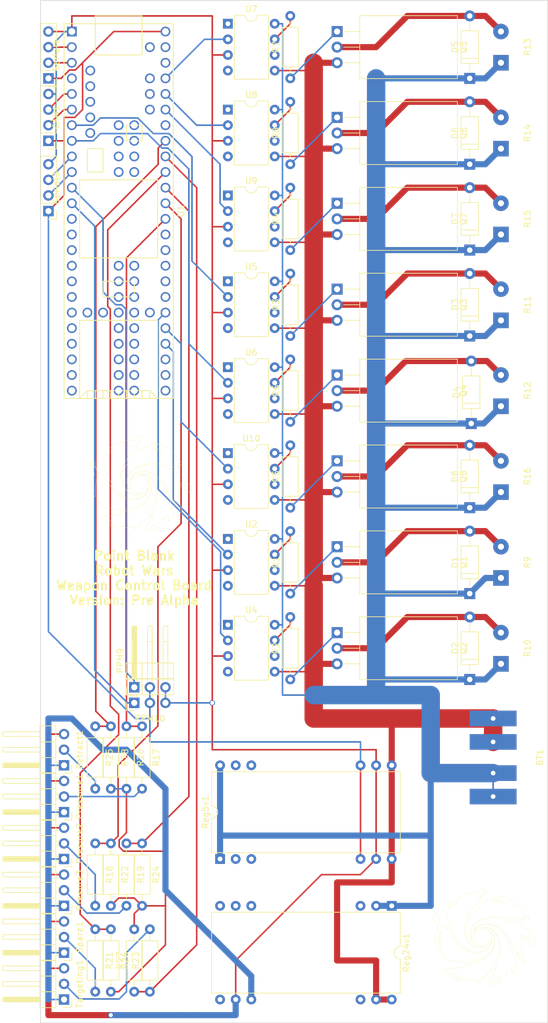
<source format=kicad_pcb>
(kicad_pcb (version 4) (host pcbnew "(2017-02-01 revision d1f8dbb)-4.0")
  (layers (0 F.Cu signal) (31 B.Cu signal) (34 B.Paste user) (35 F.Paste user) (36 B.SilkS user) (37 F.SilkS user) (38 B.Mask user) (39 F.Mask user) (44 Edge.Cuts user))
  (net 0 "")
  (net 1 GND)
  (net 2 "Net-(Q1-Pad1)")
  (net 3 "Net-(R1-Pad2)")
  (net 4 "Net-(Q2-Pad1)")
  (net 5 "Net-(Q3-Pad1)")
  (net 6 "Net-(R3-Pad2)")
  (net 7 "Net-(R4-Pad2)")
  (net 8 +24V)
  (net 9 "Net-(D1-Pad2)")
  (net 10 "Net-(D2-Pad2)")
  (net 11 "Net-(D3-Pad2)")
  (net 12 "Net-(D4-Pad2)")
  (net 13 "Net-(D5-Pad2)")
  (net 14 "Net-(D6-Pad2)")
  (net 15 "Net-(D7-Pad2)")
  (net 16 "Net-(D8-Pad2)")
  (net 17 "Net-(Q4-Pad1)")
  (net 18 "Net-(Q5-Pad1)")
  (net 19 "Net-(Q6-Pad1)")
  (net 20 "Net-(Q7-Pad1)")
  (net 21 "Net-(Q8-Pad1)")
  (net 22 "Net-(R2-Pad2)")
  (net 23 "Net-(R5-Pad2)")
  (net 24 "Net-(R6-Pad2)")
  (net 25 "Net-(R7-Pad2)")
  (net 26 "Net-(R8-Pad2)")
  (net 27 /Sheet58E8F73D/chanel8)
  (net 28 /Sheet58E8F73D/chanel7)
  (net 29 /Sheet58E8F73D/chanel6)
  (net 30 /Sheet58E8F73D/changel5)
  (net 31 /Sheet58E8F73D/chanel4)
  (net 32 /Sheet58E8F73D/chanel3)
  (net 33 /Sheet58E8F73D/chanel2)
  (net 34 /Sheet58E8F73D/chanel1)
  (net 35 /Sheet58E8F73D/cleanGND)
  (net 36 "Net-(Pressure1-Pad1)")
  (net 37 "Net-(Pressure1-Pad2)")
  (net 38 "Net-(Presure2-Pad2)")
  (net 39 "Net-(Presure3-Pad2)")
  (net 40 "Net-(R17-Pad1)")
  (net 41 "Net-(R18-Pad1)")
  (net 42 "Net-(R19-Pad1)")
  (net 43 "Net-(R21-Pad1)")
  (net 44 "Net-(R21-Pad2)")
  (net 45 "Net-(R23-Pad2)")
  (net 46 "Net-(R25-Pad1)")
  (net 47 "Net-(R25-Pad2)")
  (net 48 "Net-(PPM10-Pad1)")
  (net 49 "Net-(PPM9-Pad1)")
  (net 50 "Net-(Serial3-Pad2)")
  (net 51 "Net-(Serial3-Pad3)")
  (net 52 "Net-(CAN1-Pad2)")
  (net 53 "Net-(CAN1-Pad3)")
  (net 54 "Net-(Serial1-Pad2)")
  (net 55 "Net-(Serial1-Pad3)")
  (net 56 "Net-(CAN1-Pad1)")
  (net 57 "Net-(R23-Pad1)")
  (module robotlibary:traco_TVN_5-4815WI (layer F.Cu) (at 262.89 240.03 270)
    (fp_text reference Reg24v1 (at 7.62 -2.39 270) (layer F.SilkS))
    (fp_text value TRACO_DCDC_TVN_5-4815WI)
    (pad 1 thru_hole rect (at 0 0 270) (size 1.6 1.6) (drill 0.8) (layers *.Cu *.Mask) (net 8 +24V))
    (pad 13 thru_hole oval (at 15.24 27.94 270) (size 1.6 1.6) (drill 0.8) (layers *.Cu *.Mask))
    (pad 1 thru_hole oval (at 0 2.54 270) (size 1.6 1.6) (drill 0.8) (layers *.Cu *.Mask) (net 8 +24V))
    (pad 14 thru_hole oval (at 15.24 25.4 270) (size 1.6 1.6) (drill 0.8) (layers *.Cu *.Mask) (net 35 /Sheet58E8F73D/cleanGND))
    (pad 3 thru_hole oval (at 0 5.08 270) (size 1.6 1.6) (drill 0.8) (layers *.Cu *.Mask))
    (pad 15 thru_hole oval (at 15.24 22.86 270) (size 1.6 1.6) (drill 0.8) (layers *.Cu *.Mask) (net 36 "Net-(Pressure1-Pad1)"))
    (pad 10 thru_hole oval (at 0 22.86 270) (size 1.6 1.6) (drill 0.8) (layers *.Cu *.Mask))
    (pad 22 thru_hole oval (at 15.24 5.08 270) (size 1.6 1.6) (drill 0.8) (layers *.Cu *.Mask))
    (pad 11 thru_hole oval (at 0 25.4 270) (size 1.6 1.6) (drill 0.8) (layers *.Cu *.Mask))
    (pad 24 thru_hole oval (at 15.24 2.54 270) (size 1.6 1.6) (drill 0.8) (layers *.Cu *.Mask) (net 1 GND))
    (pad 12 thru_hole oval (at 0 27.94 270) (size 1.6 1.6) (drill 0.8) (layers *.Cu *.Mask))
    (pad 24 thru_hole oval (at 15.24 0 270) (size 1.6 1.6) (drill 0.8) (layers *.Cu *.Mask) (net 1 GND))
  )
  (module Resistors_THT:R_Axial_DIN0207_L6.3mm_D2.5mm_P10.16mm_Horizontal (layer F.Cu) (at 217.17 229.87 270)
    (fp_text reference R22 (at 5.08 -2.31 270) (layer F.SilkS))
    (fp_text value R)
    (pad 1 thru_hole circle (at 0 0 270) (size 1.6 1.6) (drill 0.8) (layers *.Cu *.Mask) (net 41 "Net-(R18-Pad1)"))
    (pad 2 thru_hole oval (at 10.16 0 270) (size 1.6 1.6) (drill 0.8) (layers *.Cu *.Mask) (net 35 /Sheet58E8F73D/cleanGND))
  )
  (module Pin_Headers:Pin_Header_Angled_1x03_Pitch2.54mm (layer F.Cu) (at 220.98 207.01 90)
    (fp_text reference PPM10 (at -2.54 2.54 180) (layer F.SilkS))
    (fp_text value CONN_01X03)
    (pad 1 thru_hole rect (at 0 0 90) (size 1.7 1.7) (drill 1) (layers *.Cu *.Mask) (net 48 "Net-(PPM10-Pad1)"))
    (pad 2 thru_hole oval (at 0 2.54 90) (size 1.7 1.7) (drill 1) (layers *.Cu *.Mask) (net 56 "Net-(CAN1-Pad1)"))
    (pad 3 thru_hole oval (at 0 5.08 90) (size 1.7 1.7) (drill 1) (layers *.Cu *.Mask) (net 35 /Sheet58E8F73D/cleanGND))
  )
  (module Housings_DIP:DIP-8_W7.62mm (layer F.Cu) (at 236.22 194.31)
    (fp_text reference U4 (at 3.81 -2.39) (layer F.SilkS))
    (fp_text value HCPL3120)
    (pad 1 thru_hole rect (at 0 0) (size 1.6 1.6) (drill 0.8) (layers *.Cu *.Mask))
    (pad 5 thru_hole oval (at 7.62 7.62) (size 1.6 1.6) (drill 0.8) (layers *.Cu *.Mask) (net 1 GND))
    (pad 2 thru_hole oval (at 0 2.54) (size 1.6 1.6) (drill 0.8) (layers *.Cu *.Mask) (net 33 /Sheet58E8F73D/chanel2))
    (pad 6 thru_hole oval (at 7.62 5.08) (size 1.6 1.6) (drill 0.8) (layers *.Cu *.Mask))
    (pad 3 thru_hole oval (at 0 5.08) (size 1.6 1.6) (drill 0.8) (layers *.Cu *.Mask) (net 35 /Sheet58E8F73D/cleanGND))
    (pad 7 thru_hole oval (at 7.62 2.54) (size 1.6 1.6) (drill 0.8) (layers *.Cu *.Mask) (net 22 "Net-(R2-Pad2)"))
    (pad 4 thru_hole oval (at 0 7.62) (size 1.6 1.6) (drill 0.8) (layers *.Cu *.Mask))
    (pad 8 thru_hole oval (at 7.62 0) (size 1.6 1.6) (drill 0.8) (layers *.Cu *.Mask) (net 8 +24V))
  )
  (module wsResistorNorm:R_Axial_DIN0207_L6.3mm_D2.5mm_P10.16mm_Horizontal (layer F.Cu) (at 246.38 133.35 90)
    (fp_text reference R4 (at 5.08 -2.31 90) (layer F.SilkS))
    (fp_text value R)
    (pad 1 thru_hole circle (at 0 0 90) (size 1.6 1.6) (drill 0.8) (layers *.Cu *.Mask) (net 20 "Net-(Q7-Pad1)"))
    (pad 2 thru_hole oval (at 10.16 0 90) (size 1.6 1.6) (drill 0.8) (layers *.Cu *.Mask) (net 7 "Net-(R4-Pad2)"))
  )
  (module wsResistorNorm:R_Axial_DIN0207_L6.3mm_D2.5mm_P10.16mm_Horizontal (layer F.Cu) (at 246.38 119.38 90)
    (fp_text reference R8 (at 5.08 -2.31 90) (layer F.SilkS))
    (fp_text value R)
    (pad 1 thru_hole circle (at 0 0 90) (size 1.6 1.6) (drill 0.8) (layers *.Cu *.Mask) (net 19 "Net-(Q6-Pad1)"))
    (pad 2 thru_hole oval (at 10.16 0 90) (size 1.6 1.6) (drill 0.8) (layers *.Cu *.Mask) (net 26 "Net-(R8-Pad2)"))
  )
  (module Housings_DIP:DIP-8_W7.62mm (layer F.Cu) (at 236.22 124.46)
    (fp_text reference U9 (at 3.81 -2.39) (layer F.SilkS))
    (fp_text value HCPL3120)
    (pad 1 thru_hole rect (at 0 0) (size 1.6 1.6) (drill 0.8) (layers *.Cu *.Mask))
    (pad 5 thru_hole oval (at 7.62 7.62) (size 1.6 1.6) (drill 0.8) (layers *.Cu *.Mask) (net 1 GND))
    (pad 2 thru_hole oval (at 0 2.54) (size 1.6 1.6) (drill 0.8) (layers *.Cu *.Mask) (net 28 /Sheet58E8F73D/chanel7))
    (pad 6 thru_hole oval (at 7.62 5.08) (size 1.6 1.6) (drill 0.8) (layers *.Cu *.Mask))
    (pad 3 thru_hole oval (at 0 5.08) (size 1.6 1.6) (drill 0.8) (layers *.Cu *.Mask) (net 35 /Sheet58E8F73D/cleanGND))
    (pad 7 thru_hole oval (at 7.62 2.54) (size 1.6 1.6) (drill 0.8) (layers *.Cu *.Mask) (net 7 "Net-(R4-Pad2)"))
    (pad 4 thru_hole oval (at 0 7.62) (size 1.6 1.6) (drill 0.8) (layers *.Cu *.Mask))
    (pad 8 thru_hole oval (at 7.62 0) (size 1.6 1.6) (drill 0.8) (layers *.Cu *.Mask) (net 8 +24V))
  )
  (module TO_SOT_Packages_THT:TO-220_Horizontal (layer F.Cu) (at 254 125.73 270)
    (fp_text reference Q7 (at 2.54 -20.58 270) (layer F.SilkS))
    (fp_text value IRLZ34N)
    (pad 0 np_thru_hole oval (at 2.54 -16.66 270) (size 3.5 3.5) (drill 3.5) (layers *.Cu *.Mask))
    (pad 1 thru_hole rect (at 0 0 270) (size 1.8 1.8) (drill 1) (layers *.Cu *.Mask) (net 20 "Net-(Q7-Pad1)"))
    (pad 2 thru_hole oval (at 2.54 0 270) (size 1.8 1.8) (drill 1) (layers *.Cu *.Mask) (net 15 "Net-(D7-Pad2)"))
    (pad 3 thru_hole oval (at 5.08 0 270) (size 1.8 1.8) (drill 1) (layers *.Cu *.Mask) (net 1 GND))
  )
  (module Diodes_THT:D_A-405_P10.16mm_Horizontal (layer F.Cu) (at 275.59 119.38 90)
    (fp_text reference D6 (at 5.08 -2.41 90) (layer F.SilkS))
    (fp_text value D)
    (pad 1 thru_hole rect (at 0 0 90) (size 1.8 1.8) (drill 0.9) (layers *.Cu *.Mask) (net 8 +24V))
    (pad 2 thru_hole oval (at 10.16 0 90) (size 1.8 1.8) (drill 0.9) (layers *.Cu *.Mask) (net 14 "Net-(D6-Pad2)"))
  )
  (module TO_SOT_Packages_THT:TO-220_Horizontal (layer F.Cu) (at 254 111.76 270)
    (fp_text reference Q6 (at 2.54 -20.58 270) (layer F.SilkS))
    (fp_text value IRLZ34N)
    (pad 0 np_thru_hole oval (at 2.54 -16.66 270) (size 3.5 3.5) (drill 3.5) (layers *.Cu *.Mask))
    (pad 1 thru_hole rect (at 0 0 270) (size 1.8 1.8) (drill 1) (layers *.Cu *.Mask) (net 19 "Net-(Q6-Pad1)"))
    (pad 2 thru_hole oval (at 2.54 0 270) (size 1.8 1.8) (drill 1) (layers *.Cu *.Mask) (net 14 "Net-(D6-Pad2)"))
    (pad 3 thru_hole oval (at 5.08 0 270) (size 1.8 1.8) (drill 1) (layers *.Cu *.Mask) (net 1 GND))
  )
  (module Housings_DIP:DIP-8_W7.62mm (layer F.Cu) (at 236.22 180.34)
    (fp_text reference U2 (at 3.81 -2.39) (layer F.SilkS))
    (fp_text value HCPL3120)
    (pad 1 thru_hole rect (at 0 0) (size 1.6 1.6) (drill 0.8) (layers *.Cu *.Mask))
    (pad 5 thru_hole oval (at 7.62 7.62) (size 1.6 1.6) (drill 0.8) (layers *.Cu *.Mask) (net 1 GND))
    (pad 2 thru_hole oval (at 0 2.54) (size 1.6 1.6) (drill 0.8) (layers *.Cu *.Mask) (net 34 /Sheet58E8F73D/chanel1))
    (pad 6 thru_hole oval (at 7.62 5.08) (size 1.6 1.6) (drill 0.8) (layers *.Cu *.Mask))
    (pad 3 thru_hole oval (at 0 5.08) (size 1.6 1.6) (drill 0.8) (layers *.Cu *.Mask) (net 35 /Sheet58E8F73D/cleanGND))
    (pad 7 thru_hole oval (at 7.62 2.54) (size 1.6 1.6) (drill 0.8) (layers *.Cu *.Mask) (net 3 "Net-(R1-Pad2)"))
    (pad 4 thru_hole oval (at 0 7.62) (size 1.6 1.6) (drill 0.8) (layers *.Cu *.Mask))
    (pad 8 thru_hole oval (at 7.62 0) (size 1.6 1.6) (drill 0.8) (layers *.Cu *.Mask) (net 8 +24V))
  )
  (module Housings_DIP:DIP-8_W7.62mm (layer F.Cu) (at 236.22 138.43)
    (fp_text reference U5 (at 3.81 -2.39) (layer F.SilkS))
    (fp_text value HCPL3120)
    (pad 1 thru_hole rect (at 0 0) (size 1.6 1.6) (drill 0.8) (layers *.Cu *.Mask))
    (pad 5 thru_hole oval (at 7.62 7.62) (size 1.6 1.6) (drill 0.8) (layers *.Cu *.Mask) (net 1 GND))
    (pad 2 thru_hole oval (at 0 2.54) (size 1.6 1.6) (drill 0.8) (layers *.Cu *.Mask) (net 32 /Sheet58E8F73D/chanel3))
    (pad 6 thru_hole oval (at 7.62 5.08) (size 1.6 1.6) (drill 0.8) (layers *.Cu *.Mask))
    (pad 3 thru_hole oval (at 0 5.08) (size 1.6 1.6) (drill 0.8) (layers *.Cu *.Mask) (net 35 /Sheet58E8F73D/cleanGND))
    (pad 7 thru_hole oval (at 7.62 2.54) (size 1.6 1.6) (drill 0.8) (layers *.Cu *.Mask) (net 6 "Net-(R3-Pad2)"))
    (pad 4 thru_hole oval (at 0 7.62) (size 1.6 1.6) (drill 0.8) (layers *.Cu *.Mask))
    (pad 8 thru_hole oval (at 7.62 0) (size 1.6 1.6) (drill 0.8) (layers *.Cu *.Mask) (net 8 +24V))
  )
  (module Housings_DIP:DIP-8_W7.62mm (layer F.Cu) (at 236.22 152.4)
    (fp_text reference U6 (at 3.81 -2.39) (layer F.SilkS))
    (fp_text value HCPL3120)
    (pad 1 thru_hole rect (at 0 0) (size 1.6 1.6) (drill 0.8) (layers *.Cu *.Mask))
    (pad 5 thru_hole oval (at 7.62 7.62) (size 1.6 1.6) (drill 0.8) (layers *.Cu *.Mask) (net 1 GND))
    (pad 2 thru_hole oval (at 0 2.54) (size 1.6 1.6) (drill 0.8) (layers *.Cu *.Mask) (net 31 /Sheet58E8F73D/chanel4))
    (pad 6 thru_hole oval (at 7.62 5.08) (size 1.6 1.6) (drill 0.8) (layers *.Cu *.Mask))
    (pad 3 thru_hole oval (at 0 5.08) (size 1.6 1.6) (drill 0.8) (layers *.Cu *.Mask) (net 35 /Sheet58E8F73D/cleanGND))
    (pad 7 thru_hole oval (at 7.62 2.54) (size 1.6 1.6) (drill 0.8) (layers *.Cu *.Mask) (net 24 "Net-(R6-Pad2)"))
    (pad 4 thru_hole oval (at 0 7.62) (size 1.6 1.6) (drill 0.8) (layers *.Cu *.Mask))
    (pad 8 thru_hole oval (at 7.62 0) (size 1.6 1.6) (drill 0.8) (layers *.Cu *.Mask) (net 8 +24V))
  )
  (module Housings_DIP:DIP-8_W7.62mm (layer F.Cu) (at 236.22 96.52)
    (fp_text reference U7 (at 3.81 -2.39) (layer F.SilkS))
    (fp_text value HCPL3120)
    (pad 1 thru_hole rect (at 0 0) (size 1.6 1.6) (drill 0.8) (layers *.Cu *.Mask))
    (pad 5 thru_hole oval (at 7.62 7.62) (size 1.6 1.6) (drill 0.8) (layers *.Cu *.Mask) (net 1 GND))
    (pad 2 thru_hole oval (at 0 2.54) (size 1.6 1.6) (drill 0.8) (layers *.Cu *.Mask) (net 30 /Sheet58E8F73D/changel5))
    (pad 6 thru_hole oval (at 7.62 5.08) (size 1.6 1.6) (drill 0.8) (layers *.Cu *.Mask))
    (pad 3 thru_hole oval (at 0 5.08) (size 1.6 1.6) (drill 0.8) (layers *.Cu *.Mask) (net 35 /Sheet58E8F73D/cleanGND))
    (pad 7 thru_hole oval (at 7.62 2.54) (size 1.6 1.6) (drill 0.8) (layers *.Cu *.Mask) (net 25 "Net-(R7-Pad2)"))
    (pad 4 thru_hole oval (at 0 7.62) (size 1.6 1.6) (drill 0.8) (layers *.Cu *.Mask))
    (pad 8 thru_hole oval (at 7.62 0) (size 1.6 1.6) (drill 0.8) (layers *.Cu *.Mask) (net 8 +24V))
  )
  (module Housings_DIP:DIP-8_W7.62mm (layer F.Cu) (at 236.22 110.49)
    (fp_text reference U8 (at 3.81 -2.39) (layer F.SilkS))
    (fp_text value HCPL3120)
    (pad 1 thru_hole rect (at 0 0) (size 1.6 1.6) (drill 0.8) (layers *.Cu *.Mask))
    (pad 5 thru_hole oval (at 7.62 7.62) (size 1.6 1.6) (drill 0.8) (layers *.Cu *.Mask) (net 1 GND))
    (pad 2 thru_hole oval (at 0 2.54) (size 1.6 1.6) (drill 0.8) (layers *.Cu *.Mask) (net 29 /Sheet58E8F73D/chanel6))
    (pad 6 thru_hole oval (at 7.62 5.08) (size 1.6 1.6) (drill 0.8) (layers *.Cu *.Mask))
    (pad 3 thru_hole oval (at 0 5.08) (size 1.6 1.6) (drill 0.8) (layers *.Cu *.Mask) (net 35 /Sheet58E8F73D/cleanGND))
    (pad 7 thru_hole oval (at 7.62 2.54) (size 1.6 1.6) (drill 0.8) (layers *.Cu *.Mask) (net 26 "Net-(R8-Pad2)"))
    (pad 4 thru_hole oval (at 0 7.62) (size 1.6 1.6) (drill 0.8) (layers *.Cu *.Mask))
    (pad 8 thru_hole oval (at 7.62 0) (size 1.6 1.6) (drill 0.8) (layers *.Cu *.Mask) (net 8 +24V))
  )
  (module Housings_DIP:DIP-8_W7.62mm (layer F.Cu) (at 236.22 166.37)
    (fp_text reference U10 (at 3.81 -2.39) (layer F.SilkS))
    (fp_text value HCPL3120)
    (pad 1 thru_hole rect (at 0 0) (size 1.6 1.6) (drill 0.8) (layers *.Cu *.Mask))
    (pad 5 thru_hole oval (at 7.62 7.62) (size 1.6 1.6) (drill 0.8) (layers *.Cu *.Mask) (net 1 GND))
    (pad 2 thru_hole oval (at 0 2.54) (size 1.6 1.6) (drill 0.8) (layers *.Cu *.Mask) (net 27 /Sheet58E8F73D/chanel8))
    (pad 6 thru_hole oval (at 7.62 5.08) (size 1.6 1.6) (drill 0.8) (layers *.Cu *.Mask))
    (pad 3 thru_hole oval (at 0 5.08) (size 1.6 1.6) (drill 0.8) (layers *.Cu *.Mask) (net 35 /Sheet58E8F73D/cleanGND))
    (pad 7 thru_hole oval (at 7.62 2.54) (size 1.6 1.6) (drill 0.8) (layers *.Cu *.Mask) (net 23 "Net-(R5-Pad2)"))
    (pad 4 thru_hole oval (at 0 7.62) (size 1.6 1.6) (drill 0.8) (layers *.Cu *.Mask))
    (pad 8 thru_hole oval (at 7.62 0) (size 1.6 1.6) (drill 0.8) (layers *.Cu *.Mask) (net 8 +24V))
  )
  (module wsResistorNorm:R_Axial_DIN0207_L6.3mm_D2.5mm_P10.16mm_Horizontal (layer F.Cu) (at 246.38 189.23 90)
    (fp_text reference R1 (at 5.08 -2.31 90) (layer F.SilkS))
    (fp_text value R)
    (pad 1 thru_hole circle (at 0 0 90) (size 1.6 1.6) (drill 0.8) (layers *.Cu *.Mask) (net 2 "Net-(Q1-Pad1)"))
    (pad 2 thru_hole oval (at 10.16 0 90) (size 1.6 1.6) (drill 0.8) (layers *.Cu *.Mask) (net 3 "Net-(R1-Pad2)"))
  )
  (module wsResistorNorm:R_Axial_DIN0207_L6.3mm_D2.5mm_P10.16mm_Horizontal (layer F.Cu) (at 246.38 203.2 90)
    (fp_text reference R2 (at 5.08 -2.31 90) (layer F.SilkS))
    (fp_text value R)
    (pad 1 thru_hole circle (at 0 0 90) (size 1.6 1.6) (drill 0.8) (layers *.Cu *.Mask) (net 4 "Net-(Q2-Pad1)"))
    (pad 2 thru_hole oval (at 10.16 0 90) (size 1.6 1.6) (drill 0.8) (layers *.Cu *.Mask) (net 22 "Net-(R2-Pad2)"))
  )
  (module wsResistorNorm:R_Axial_DIN0207_L6.3mm_D2.5mm_P10.16mm_Horizontal (layer F.Cu) (at 246.38 147.32 90)
    (fp_text reference R3 (at 5.08 -2.31 90) (layer F.SilkS))
    (fp_text value R)
    (pad 1 thru_hole circle (at 0 0 90) (size 1.6 1.6) (drill 0.8) (layers *.Cu *.Mask) (net 5 "Net-(Q3-Pad1)"))
    (pad 2 thru_hole oval (at 10.16 0 90) (size 1.6 1.6) (drill 0.8) (layers *.Cu *.Mask) (net 6 "Net-(R3-Pad2)"))
  )
  (module wsResistorNorm:R_Axial_DIN0207_L6.3mm_D2.5mm_P10.16mm_Horizontal (layer F.Cu) (at 246.38 175.26 90)
    (fp_text reference R5 (at 5.08 -2.31 90) (layer F.SilkS))
    (fp_text value R)
    (pad 1 thru_hole circle (at 0 0 90) (size 1.6 1.6) (drill 0.8) (layers *.Cu *.Mask) (net 21 "Net-(Q8-Pad1)"))
    (pad 2 thru_hole oval (at 10.16 0 90) (size 1.6 1.6) (drill 0.8) (layers *.Cu *.Mask) (net 23 "Net-(R5-Pad2)"))
  )
  (module wsResistorNorm:R_Axial_DIN0207_L6.3mm_D2.5mm_P10.16mm_Horizontal (layer F.Cu) (at 246.38 161.29 90)
    (fp_text reference R6 (at 5.08 -2.31 90) (layer F.SilkS))
    (fp_text value R)
    (pad 1 thru_hole circle (at 0 0 90) (size 1.6 1.6) (drill 0.8) (layers *.Cu *.Mask) (net 17 "Net-(Q4-Pad1)"))
    (pad 2 thru_hole oval (at 10.16 0 90) (size 1.6 1.6) (drill 0.8) (layers *.Cu *.Mask) (net 24 "Net-(R6-Pad2)"))
  )
  (module wsResistorNorm:R_Axial_DIN0207_L6.3mm_D2.5mm_P10.16mm_Horizontal (layer F.Cu) (at 246.38 105.41 90)
    (fp_text reference R7 (at 5.08 -2.31 90) (layer F.SilkS))
    (fp_text value R)
    (pad 1 thru_hole circle (at 0 0 90) (size 1.6 1.6) (drill 0.8) (layers *.Cu *.Mask) (net 18 "Net-(Q5-Pad1)"))
    (pad 2 thru_hole oval (at 10.16 0 90) (size 1.6 1.6) (drill 0.8) (layers *.Cu *.Mask) (net 25 "Net-(R7-Pad2)"))
  )
  (module Diodes_THT:D_A-405_P10.16mm_Horizontal (layer F.Cu) (at 275.59 189.23 90)
    (fp_text reference D1 (at 5.08 -2.41 90) (layer F.SilkS))
    (fp_text value D)
    (pad 1 thru_hole rect (at 0 0 90) (size 1.8 1.8) (drill 0.9) (layers *.Cu *.Mask) (net 8 +24V))
    (pad 2 thru_hole oval (at 10.16 0 90) (size 1.8 1.8) (drill 0.9) (layers *.Cu *.Mask) (net 9 "Net-(D1-Pad2)"))
  )
  (module Diodes_THT:D_A-405_P10.16mm_Horizontal (layer F.Cu) (at 275.59 203.2 90)
    (fp_text reference D2 (at 5.08 -2.41 90) (layer F.SilkS))
    (fp_text value D)
    (pad 1 thru_hole rect (at 0 0 90) (size 1.8 1.8) (drill 0.9) (layers *.Cu *.Mask) (net 8 +24V))
    (pad 2 thru_hole oval (at 10.16 0 90) (size 1.8 1.8) (drill 0.9) (layers *.Cu *.Mask) (net 10 "Net-(D2-Pad2)"))
  )
  (module Diodes_THT:D_A-405_P10.16mm_Horizontal (layer F.Cu) (at 275.59 147.32 90)
    (fp_text reference D3 (at 5.08 -2.41 90) (layer F.SilkS))
    (fp_text value D)
    (pad 1 thru_hole rect (at 0 0 90) (size 1.8 1.8) (drill 0.9) (layers *.Cu *.Mask) (net 8 +24V))
    (pad 2 thru_hole oval (at 10.16 0 90) (size 1.8 1.8) (drill 0.9) (layers *.Cu *.Mask) (net 11 "Net-(D3-Pad2)"))
  )
  (module Diodes_THT:D_A-405_P10.16mm_Horizontal (layer F.Cu) (at 275.834344 161.559448 90)
    (fp_text reference D4 (at 5.08 -2.41 90) (layer F.SilkS))
    (fp_text value D)
    (pad 1 thru_hole rect (at 0 0 90) (size 1.8 1.8) (drill 0.9) (layers *.Cu *.Mask) (net 8 +24V))
    (pad 2 thru_hole oval (at 10.16 0 90) (size 1.8 1.8) (drill 0.9) (layers *.Cu *.Mask) (net 12 "Net-(D4-Pad2)"))
  )
  (module Diodes_THT:D_A-405_P10.16mm_Horizontal (layer F.Cu) (at 275.59 105.41 90)
    (fp_text reference D5 (at 5.08 -2.41 90) (layer F.SilkS))
    (fp_text value D)
    (pad 1 thru_hole rect (at 0 0 90) (size 1.8 1.8) (drill 0.9) (layers *.Cu *.Mask) (net 8 +24V))
    (pad 2 thru_hole oval (at 10.16 0 90) (size 1.8 1.8) (drill 0.9) (layers *.Cu *.Mask) (net 13 "Net-(D5-Pad2)"))
  )
  (module Diodes_THT:D_A-405_P10.16mm_Horizontal (layer F.Cu) (at 275.59 133.35 90)
    (fp_text reference D7 (at 5.08 -2.41 90) (layer F.SilkS))
    (fp_text value D)
    (pad 1 thru_hole rect (at 0 0 90) (size 1.8 1.8) (drill 0.9) (layers *.Cu *.Mask) (net 8 +24V))
    (pad 2 thru_hole oval (at 10.16 0 90) (size 1.8 1.8) (drill 0.9) (layers *.Cu *.Mask) (net 15 "Net-(D7-Pad2)"))
  )
  (module Diodes_THT:D_A-405_P10.16mm_Horizontal (layer F.Cu) (at 275.59 175.26 90)
    (fp_text reference D8 (at 5.08 -2.41 90) (layer F.SilkS))
    (fp_text value D)
    (pad 1 thru_hole rect (at 0 0 90) (size 1.8 1.8) (drill 0.9) (layers *.Cu *.Mask) (net 8 +24V))
    (pad 2 thru_hole oval (at 10.16 0 90) (size 1.8 1.8) (drill 0.9) (layers *.Cu *.Mask) (net 16 "Net-(D8-Pad2)"))
  )
  (module TO_SOT_Packages_THT:TO-220_Horizontal (layer F.Cu) (at 254 181.61 270)
    (fp_text reference Q1 (at 2.54 -20.58 270) (layer F.SilkS))
    (fp_text value IRLZ34N)
    (pad 0 np_thru_hole oval (at 2.54 -16.66 270) (size 3.5 3.5) (drill 3.5) (layers *.Cu *.Mask))
    (pad 1 thru_hole rect (at 0 0 270) (size 1.8 1.8) (drill 1) (layers *.Cu *.Mask) (net 2 "Net-(Q1-Pad1)"))
    (pad 2 thru_hole oval (at 2.54 0 270) (size 1.8 1.8) (drill 1) (layers *.Cu *.Mask) (net 9 "Net-(D1-Pad2)"))
    (pad 3 thru_hole oval (at 5.08 0 270) (size 1.8 1.8) (drill 1) (layers *.Cu *.Mask) (net 1 GND))
  )
  (module TO_SOT_Packages_THT:TO-220_Horizontal (layer F.Cu) (at 254 195.58 270)
    (fp_text reference Q2 (at 2.54 -20.58 270) (layer F.SilkS))
    (fp_text value IRLZ34N)
    (pad 0 np_thru_hole oval (at 2.54 -16.66 270) (size 3.5 3.5) (drill 3.5) (layers *.Cu *.Mask))
    (pad 1 thru_hole rect (at 0 0 270) (size 1.8 1.8) (drill 1) (layers *.Cu *.Mask) (net 4 "Net-(Q2-Pad1)"))
    (pad 2 thru_hole oval (at 2.54 0 270) (size 1.8 1.8) (drill 1) (layers *.Cu *.Mask) (net 10 "Net-(D2-Pad2)"))
    (pad 3 thru_hole oval (at 5.08 0 270) (size 1.8 1.8) (drill 1) (layers *.Cu *.Mask) (net 1 GND))
  )
  (module TO_SOT_Packages_THT:TO-220_Horizontal (layer F.Cu) (at 254 139.7 270)
    (fp_text reference Q3 (at 2.54 -20.58 270) (layer F.SilkS))
    (fp_text value IRLZ34N)
    (pad 0 np_thru_hole oval (at 2.54 -16.66 270) (size 3.5 3.5) (drill 3.5) (layers *.Cu *.Mask))
    (pad 1 thru_hole rect (at 0 0 270) (size 1.8 1.8) (drill 1) (layers *.Cu *.Mask) (net 5 "Net-(Q3-Pad1)"))
    (pad 2 thru_hole oval (at 2.54 0 270) (size 1.8 1.8) (drill 1) (layers *.Cu *.Mask) (net 11 "Net-(D3-Pad2)"))
    (pad 3 thru_hole oval (at 5.08 0 270) (size 1.8 1.8) (drill 1) (layers *.Cu *.Mask) (net 1 GND))
  )
  (module TO_SOT_Packages_THT:TO-220_Horizontal (layer F.Cu) (at 254 153.67 270)
    (fp_text reference Q4 (at 2.54 -20.58 270) (layer F.SilkS))
    (fp_text value IRLZ34N)
    (pad 0 np_thru_hole oval (at 2.54 -16.66 270) (size 3.5 3.5) (drill 3.5) (layers *.Cu *.Mask))
    (pad 1 thru_hole rect (at 0 0 270) (size 1.8 1.8) (drill 1) (layers *.Cu *.Mask) (net 17 "Net-(Q4-Pad1)"))
    (pad 2 thru_hole oval (at 2.54 0 270) (size 1.8 1.8) (drill 1) (layers *.Cu *.Mask) (net 12 "Net-(D4-Pad2)"))
    (pad 3 thru_hole oval (at 5.08 0 270) (size 1.8 1.8) (drill 1) (layers *.Cu *.Mask) (net 1 GND))
  )
  (module TO_SOT_Packages_THT:TO-220_Horizontal (layer F.Cu) (at 254 97.79 270)
    (fp_text reference Q5 (at 2.54 -20.58 270) (layer F.SilkS))
    (fp_text value IRLZ34N)
    (pad 0 np_thru_hole oval (at 2.54 -16.66 270) (size 3.5 3.5) (drill 3.5) (layers *.Cu *.Mask))
    (pad 1 thru_hole rect (at 0 0 270) (size 1.8 1.8) (drill 1) (layers *.Cu *.Mask) (net 18 "Net-(Q5-Pad1)"))
    (pad 2 thru_hole oval (at 2.54 0 270) (size 1.8 1.8) (drill 1) (layers *.Cu *.Mask) (net 13 "Net-(D5-Pad2)"))
    (pad 3 thru_hole oval (at 5.08 0 270) (size 1.8 1.8) (drill 1) (layers *.Cu *.Mask) (net 1 GND))
  )
  (module TO_SOT_Packages_THT:TO-220_Horizontal (layer F.Cu) (at 254 167.64 270)
    (fp_text reference Q8 (at 2.54 -20.58 270) (layer F.SilkS))
    (fp_text value IRLZ34N)
    (pad 0 np_thru_hole oval (at 2.54 -16.66 270) (size 3.5 3.5) (drill 3.5) (layers *.Cu *.Mask))
    (pad 1 thru_hole rect (at 0 0 270) (size 1.8 1.8) (drill 1) (layers *.Cu *.Mask) (net 21 "Net-(Q8-Pad1)"))
    (pad 2 thru_hole oval (at 2.54 0 270) (size 1.8 1.8) (drill 1) (layers *.Cu *.Mask) (net 16 "Net-(D8-Pad2)"))
    (pad 3 thru_hole oval (at 5.08 0 270) (size 1.8 1.8) (drill 1) (layers *.Cu *.Mask) (net 1 GND))
  )
  (module Resistors_THT:R_Axial_DIN0207_L6.3mm_D2.5mm_P10.16mm_Horizontal (layer F.Cu) (at 222.25 210.82 270)
    (fp_text reference R17 (at 5.08 -2.31 270) (layer F.SilkS))
    (fp_text value R)
    (pad 1 thru_hole circle (at 0 0 270) (size 1.6 1.6) (drill 0.8) (layers *.Cu *.Mask) (net 40 "Net-(R17-Pad1)"))
    (pad 2 thru_hole oval (at 10.16 0 270) (size 1.6 1.6) (drill 0.8) (layers *.Cu *.Mask) (net 37 "Net-(Pressure1-Pad2)"))
  )
  (module Resistors_THT:R_Axial_DIN0207_L6.3mm_D2.5mm_P10.16mm_Horizontal (layer F.Cu) (at 214.63 229.87 270)
    (fp_text reference R18 (at 5.08 -2.31 270) (layer F.SilkS))
    (fp_text value R)
    (pad 1 thru_hole circle (at 0 0 270) (size 1.6 1.6) (drill 0.8) (layers *.Cu *.Mask) (net 41 "Net-(R18-Pad1)"))
    (pad 2 thru_hole oval (at 10.16 0 270) (size 1.6 1.6) (drill 0.8) (layers *.Cu *.Mask) (net 38 "Net-(Presure2-Pad2)"))
  )
  (module Resistors_THT:R_Axial_DIN0207_L6.3mm_D2.5mm_P10.16mm_Horizontal (layer F.Cu) (at 219.71 229.87 270)
    (fp_text reference R19 (at 5.08 -2.31 270) (layer F.SilkS))
    (fp_text value R)
    (pad 1 thru_hole circle (at 0 0 270) (size 1.6 1.6) (drill 0.8) (layers *.Cu *.Mask) (net 42 "Net-(R19-Pad1)"))
    (pad 2 thru_hole oval (at 10.16 0 270) (size 1.6 1.6) (drill 0.8) (layers *.Cu *.Mask) (net 39 "Net-(Presure3-Pad2)"))
  )
  (module Resistors_THT:R_Axial_DIN0207_L6.3mm_D2.5mm_P10.16mm_Horizontal (layer F.Cu) (at 219.71 210.82 270)
    (fp_text reference R20 (at 5.08 -2.31 270) (layer F.SilkS))
    (fp_text value R)
    (pad 1 thru_hole circle (at 0 0 270) (size 1.6 1.6) (drill 0.8) (layers *.Cu *.Mask) (net 40 "Net-(R17-Pad1)"))
    (pad 2 thru_hole oval (at 10.16 0 270) (size 1.6 1.6) (drill 0.8) (layers *.Cu *.Mask) (net 35 /Sheet58E8F73D/cleanGND))
  )
  (module Resistors_THT:R_Axial_DIN0207_L6.3mm_D2.5mm_P10.16mm_Horizontal (layer F.Cu) (at 214.63 243.84 270)
    (fp_text reference R21 (at 5.08 -2.31 270) (layer F.SilkS))
    (fp_text value R)
    (pad 1 thru_hole circle (at 0 0 270) (size 1.6 1.6) (drill 0.8) (layers *.Cu *.Mask) (net 43 "Net-(R21-Pad1)"))
    (pad 2 thru_hole oval (at 10.16 0 270) (size 1.6 1.6) (drill 0.8) (layers *.Cu *.Mask) (net 44 "Net-(R21-Pad2)"))
  )
  (module Resistors_THT:R_Axial_DIN0207_L6.3mm_D2.5mm_P10.16mm_Horizontal (layer F.Cu) (at 223.52 254 90)
    (fp_text reference R23 (at 5.08 -2.31 90) (layer F.SilkS))
    (fp_text value R)
    (pad 1 thru_hole circle (at 0 0 90) (size 1.6 1.6) (drill 0.8) (layers *.Cu *.Mask) (net 57 "Net-(R23-Pad1)"))
    (pad 2 thru_hole oval (at 10.16 0 90) (size 1.6 1.6) (drill 0.8) (layers *.Cu *.Mask) (net 45 "Net-(R23-Pad2)"))
  )
  (module Resistors_THT:R_Axial_DIN0207_L6.3mm_D2.5mm_P10.16mm_Horizontal (layer F.Cu) (at 222.25 229.87 270)
    (fp_text reference R24 (at 5.08 -2.31 270) (layer F.SilkS))
    (fp_text value R)
    (pad 1 thru_hole circle (at 0 0 270) (size 1.6 1.6) (drill 0.8) (layers *.Cu *.Mask) (net 42 "Net-(R19-Pad1)"))
    (pad 2 thru_hole oval (at 10.16 0 270) (size 1.6 1.6) (drill 0.8) (layers *.Cu *.Mask) (net 35 /Sheet58E8F73D/cleanGND))
  )
  (module Resistors_THT:R_Axial_DIN0207_L6.3mm_D2.5mm_P10.16mm_Horizontal (layer F.Cu) (at 214.63 210.82 270)
    (fp_text reference R25 (at 5.08 -2.31 270) (layer F.SilkS))
    (fp_text value R)
    (pad 1 thru_hole circle (at 0 0 270) (size 1.6 1.6) (drill 0.8) (layers *.Cu *.Mask) (net 46 "Net-(R25-Pad1)"))
    (pad 2 thru_hole oval (at 10.16 0 270) (size 1.6 1.6) (drill 0.8) (layers *.Cu *.Mask) (net 47 "Net-(R25-Pad2)"))
  )
  (module Resistors_THT:R_Axial_DIN0207_L6.3mm_D2.5mm_P10.16mm_Horizontal (layer F.Cu) (at 217.17 243.84 270)
    (fp_text reference R26 (at 5.08 -2.31 270) (layer F.SilkS))
    (fp_text value R)
    (pad 1 thru_hole circle (at 0 0 270) (size 1.6 1.6) (drill 0.8) (layers *.Cu *.Mask) (net 43 "Net-(R21-Pad1)"))
    (pad 2 thru_hole oval (at 10.16 0 270) (size 1.6 1.6) (drill 0.8) (layers *.Cu *.Mask) (net 35 /Sheet58E8F73D/cleanGND))
  )
  (module Resistors_THT:R_Axial_DIN0207_L6.3mm_D2.5mm_P10.16mm_Horizontal (layer F.Cu) (at 217.17 210.82 270)
    (fp_text reference R28 (at 5.08 -2.31 270) (layer F.SilkS))
    (fp_text value R)
    (pad 1 thru_hole circle (at 0 0 270) (size 1.6 1.6) (drill 0.8) (layers *.Cu *.Mask) (net 46 "Net-(R25-Pad1)"))
    (pad 2 thru_hole oval (at 10.16 0 270) (size 1.6 1.6) (drill 0.8) (layers *.Cu *.Mask) (net 35 /Sheet58E8F73D/cleanGND))
  )
  (module robotlibary:WSBattery (layer F.Cu) (at 279.4 215.9 90)
    (fp_text reference BT1 (at 0 7.62 90) (layer F.SilkS))
    (fp_text value Battery)
    (pad 2 thru_hole rect (at 6.35 0 90) (size 2.54 7.62) (drill 0.762) (layers *.Cu *.Mask) (net 1 GND))
    (pad 1 thru_hole rect (at -2.54 0 90) (size 2.54 7.62) (drill 0.762) (layers *.Cu *.Mask) (net 8 +24V))
    (pad 1 thru_hole rect (at -6.35 0 90) (size 2.54 7.62) (drill 0.762) (layers *.Cu *.Mask) (net 8 +24V))
    (pad 2 thru_hole rect (at 2.54 0 90) (size 2.54 7.62) (drill 0.762) (layers *.Cu *.Mask) (net 1 GND))
  )
  (module Pin_Headers:Pin_Header_Angled_1x03_Pitch2.54mm (layer F.Cu) (at 220.98 204.47 90)
    (fp_text reference PPM9 (at 4.315 -2.27 90) (layer F.SilkS))
    (fp_text value CONN_01X03)
    (pad 1 thru_hole rect (at 0 0 90) (size 1.7 1.7) (drill 1) (layers *.Cu *.Mask) (net 49 "Net-(PPM9-Pad1)"))
    (pad 2 thru_hole oval (at 0 2.54 90) (size 1.7 1.7) (drill 1) (layers *.Cu *.Mask) (net 56 "Net-(CAN1-Pad1)"))
    (pad 3 thru_hole oval (at 0 5.08 90) (size 1.7 1.7) (drill 1) (layers *.Cu *.Mask) (net 35 /Sheet58E8F73D/cleanGND))
  )
  (module Teensy:Teensy35_36 (layer F.Cu) (at 218.44 127 270)
    (fp_text reference U1 (at 0 -10.16 270) (layer F.SilkS))
    (fp_text value Teensy3.5)
    (pad 17 thru_hole circle (at 11.43 7.62 270) (size 1.6 1.6) (drill 1.1) (layers *.Cu *.Mask))
    (pad 18 thru_hole circle (at 13.97 7.62 270) (size 1.6 1.6) (drill 1.1) (layers *.Cu *.Mask))
    (pad 19 thru_hole circle (at 16.51 7.62 270) (size 1.6 1.6) (drill 1.1) (layers *.Cu *.Mask))
    (pad 20 thru_hole circle (at 19.05 7.62 270) (size 1.6 1.6) (drill 1.1) (layers *.Cu *.Mask))
    (pad 16 thru_hole circle (at 8.89 7.62 270) (size 1.6 1.6) (drill 1.1) (layers *.Cu *.Mask))
    (pad 15 thru_hole circle (at 6.35 7.62 270) (size 1.6 1.6) (drill 1.1) (layers *.Cu *.Mask))
    (pad 14 thru_hole circle (at 3.81 7.62 270) (size 1.6 1.6) (drill 1.1) (layers *.Cu *.Mask))
    (pad 21 thru_hole circle (at 21.59 7.62 270) (size 1.6 1.6) (drill 1.1) (layers *.Cu *.Mask))
    (pad 22 thru_hole circle (at 24.13 7.62 270) (size 1.6 1.6) (drill 1.1) (layers *.Cu *.Mask))
    (pad 23 thru_hole circle (at 26.67 7.62 270) (size 1.6 1.6) (drill 1.1) (layers *.Cu *.Mask))
    (pad 24 thru_hole circle (at 29.21 7.62 270) (size 1.6 1.6) (drill 1.1) (layers *.Cu *.Mask))
    (pad 25 thru_hole circle (at 16.51 5.08 270) (size 1.6 1.6) (drill 1.1) (layers *.Cu *.Mask))
    (pad 26 thru_hole circle (at 16.51 2.54 270) (size 1.6 1.6) (drill 1.1) (layers *.Cu *.Mask))
    (pad 27 thru_hole circle (at 16.51 0 270) (size 1.6 1.6) (drill 1.1) (layers *.Cu *.Mask))
    (pad 28 thru_hole circle (at 16.51 -2.54 270) (size 1.6 1.6) (drill 1.1) (layers *.Cu *.Mask))
    (pad 29 thru_hole circle (at 16.51 -5.08 270) (size 1.6 1.6) (drill 1.1) (layers *.Cu *.Mask))
    (pad 30 thru_hole circle (at 29.21 -7.62 270) (size 1.6 1.6) (drill 1.1) (layers *.Cu *.Mask))
    (pad 31 thru_hole circle (at 26.67 -7.62 270) (size 1.6 1.6) (drill 1.1) (layers *.Cu *.Mask))
    (pad 32 thru_hole circle (at 24.13 -7.62 270) (size 1.6 1.6) (drill 1.1) (layers *.Cu *.Mask))
    (pad 33 thru_hole circle (at 21.59 -7.62 270) (size 1.6 1.6) (drill 1.1) (layers *.Cu *.Mask) (net 34 /Sheet58E8F73D/chanel1))
    (pad 34 thru_hole circle (at 19.05 -7.62 270) (size 1.6 1.6) (drill 1.1) (layers *.Cu *.Mask) (net 27 /Sheet58E8F73D/chanel8))
    (pad 35 thru_hole circle (at 16.51 -7.62 270) (size 1.6 1.6) (drill 1.1) (layers *.Cu *.Mask) (net 33 /Sheet58E8F73D/chanel2))
    (pad 36 thru_hole circle (at 13.97 -7.62 270) (size 1.6 1.6) (drill 1.1) (layers *.Cu *.Mask))
    (pad 37 thru_hole circle (at 11.43 -7.62 270) (size 1.6 1.6) (drill 1.1) (layers *.Cu *.Mask))
    (pad 13 thru_hole circle (at 1.27 7.62 270) (size 1.6 1.6) (drill 1.1) (layers *.Cu *.Mask))
    (pad 12 thru_hole circle (at -1.27 7.62 270) (size 1.6 1.6) (drill 1.1) (layers *.Cu *.Mask) (net 48 "Net-(PPM10-Pad1)"))
    (pad 11 thru_hole circle (at -3.81 7.62 270) (size 1.6 1.6) (drill 1.1) (layers *.Cu *.Mask) (net 49 "Net-(PPM9-Pad1)"))
    (pad 10 thru_hole circle (at -6.35 7.62 270) (size 1.6 1.6) (drill 1.1) (layers *.Cu *.Mask) (net 50 "Net-(Serial3-Pad2)"))
    (pad 9 thru_hole circle (at -8.89 7.62 270) (size 1.6 1.6) (drill 1.1) (layers *.Cu *.Mask) (net 51 "Net-(Serial3-Pad3)"))
    (pad 8 thru_hole circle (at -11.43 7.62 270) (size 1.6 1.6) (drill 1.1) (layers *.Cu *.Mask) (net 31 /Sheet58E8F73D/chanel4))
    (pad 7 thru_hole circle (at -13.97 7.62 270) (size 1.6 1.6) (drill 1.1) (layers *.Cu *.Mask) (net 32 /Sheet58E8F73D/chanel3))
    (pad 6 thru_hole circle (at -16.51 7.62 270) (size 1.6 1.6) (drill 1.1) (layers *.Cu *.Mask) (net 52 "Net-(CAN1-Pad2)"))
    (pad 5 thru_hole circle (at -19.05 7.62 270) (size 1.6 1.6) (drill 1.1) (layers *.Cu *.Mask) (net 53 "Net-(CAN1-Pad3)"))
    (pad 4 thru_hole circle (at -21.59 7.62 270) (size 1.6 1.6) (drill 1.1) (layers *.Cu *.Mask))
    (pad 3 thru_hole circle (at -24.13 7.62 270) (size 1.6 1.6) (drill 1.1) (layers *.Cu *.Mask) (net 54 "Net-(Serial1-Pad2)"))
    (pad 2 thru_hole circle (at -26.67 7.62 270) (size 1.6 1.6) (drill 1.1) (layers *.Cu *.Mask) (net 55 "Net-(Serial1-Pad3)"))
    (pad 1 thru_hole rect (at -29.21 7.62 270) (size 1.6 1.6) (drill 1.1) (layers *.Cu *.Mask) (net 35 /Sheet58E8F73D/cleanGND))
    (pad 38 thru_hole circle (at 8.89 -7.62 270) (size 1.6 1.6) (drill 1.1) (layers *.Cu *.Mask))
    (pad 39 thru_hole circle (at 6.35 -7.62 270) (size 1.6 1.6) (drill 1.1) (layers *.Cu *.Mask))
    (pad 40 thru_hole circle (at 3.81 -7.62 270) (size 1.6 1.6) (drill 1.1) (layers *.Cu *.Mask))
    (pad 41 thru_hole circle (at 1.27 -7.62 270) (size 1.6 1.6) (drill 1.1) (layers *.Cu *.Mask) (net 40 "Net-(R17-Pad1)"))
    (pad 42 thru_hole circle (at -1.27 -7.62 270) (size 1.6 1.6) (drill 1.1) (layers *.Cu *.Mask) (net 41 "Net-(R18-Pad1)"))
    (pad 43 thru_hole circle (at -3.81 -7.62 270) (size 1.6 1.6) (drill 1.1) (layers *.Cu *.Mask) (net 42 "Net-(R19-Pad1)"))
    (pad 44 thru_hole circle (at -6.35 -7.62 270) (size 1.6 1.6) (drill 1.1) (layers *.Cu *.Mask) (net 43 "Net-(R21-Pad1)"))
    (pad 45 thru_hole circle (at -8.89 -7.62 270) (size 1.6 1.6) (drill 1.1) (layers *.Cu *.Mask) (net 57 "Net-(R23-Pad1)"))
    (pad 46 thru_hole circle (at -11.43 -7.62 270) (size 1.6 1.6) (drill 1.1) (layers *.Cu *.Mask) (net 46 "Net-(R25-Pad1)"))
    (pad 47 thru_hole circle (at -13.97 -7.62 270) (size 1.6 1.6) (drill 1.1) (layers *.Cu *.Mask))
    (pad 48 thru_hole circle (at -16.51 -7.62 270) (size 1.6 1.6) (drill 1.1) (layers *.Cu *.Mask) (net 28 /Sheet58E8F73D/chanel7))
    (pad 49 thru_hole circle (at -19.05 -7.62 270) (size 1.6 1.6) (drill 1.1) (layers *.Cu *.Mask) (net 29 /Sheet58E8F73D/chanel6))
    (pad 50 thru_hole circle (at -21.59 -7.62 270) (size 1.6 1.6) (drill 1.1) (layers *.Cu *.Mask) (net 30 /Sheet58E8F73D/changel5))
    (pad 51 thru_hole circle (at -24.13 -7.62 270) (size 1.6 1.6) (drill 1.1) (layers *.Cu *.Mask))
    (pad 52 thru_hole circle (at -26.67 -7.62 270) (size 1.6 1.6) (drill 1.1) (layers *.Cu *.Mask))
    (pad 53 thru_hole circle (at -29.21 -7.62 270) (size 1.6 1.6) (drill 1.1) (layers *.Cu *.Mask) (net 56 "Net-(CAN1-Pad1)"))
    (pad 54 thru_hole circle (at -26.67 -5.08 270) (size 1.6 1.6) (drill 1.1) (layers *.Cu *.Mask))
    (pad 55 thru_hole circle (at -21.59 -5.08 270) (size 1.6 1.6) (drill 1.1) (layers *.Cu *.Mask))
    (pad 56 thru_hole circle (at -19.05 -5.08 270) (size 1.6 1.6) (drill 1.1) (layers *.Cu *.Mask))
    (pad 57 thru_hole circle (at -16.51 -5.08 270) (size 1.6 1.6) (drill 1.1) (layers *.Cu *.Mask))
    (pad 63 thru_hole circle (at -13.97 0 270) (size 1.6 1.6) (drill 1.1) (layers *.Cu *.Mask))
    (pad 64 thru_hole circle (at -11.43 0 270) (size 1.6 1.6) (drill 1.1) (layers *.Cu *.Mask))
    (pad 65 thru_hole circle (at -8.89 0 270) (size 1.6 1.6) (drill 1.1) (layers *.Cu *.Mask))
    (pad 66 thru_hole circle (at -6.35 0 270) (size 1.6 1.6) (drill 1.1) (layers *.Cu *.Mask))
    (pad 67 thru_hole circle (at 8.89 0 270) (size 1.6 1.6) (drill 1.1) (layers *.Cu *.Mask))
    (pad 68 thru_hole circle (at 11.43 0 270) (size 1.6 1.6) (drill 1.1) (layers *.Cu *.Mask))
    (pad 69 thru_hole circle (at 13.97 0 270) (size 1.6 1.6) (drill 1.1) (layers *.Cu *.Mask))
    (pad 70 thru_hole circle (at 19.05 0 270) (size 1.6 1.6) (drill 1.1) (layers *.Cu *.Mask))
    (pad 71 thru_hole circle (at 21.59 0 270) (size 1.6 1.6) (drill 1.1) (layers *.Cu *.Mask))
    (pad 72 thru_hole circle (at 24.13 0 270) (size 1.6 1.6) (drill 1.1) (layers *.Cu *.Mask))
    (pad 73 thru_hole circle (at 26.67 0 270) (size 1.6 1.6) (drill 1.1) (layers *.Cu *.Mask))
    (pad 74 thru_hole circle (at 29.21 0 270) (size 1.6 1.6) (drill 1.1) (layers *.Cu *.Mask))
    (pad 75 thru_hole circle (at 29.21 -2.54 270) (size 1.6 1.6) (drill 1.1) (layers *.Cu *.Mask))
    (pad 76 thru_hole circle (at 26.67 -2.54 270) (size 1.6 1.6) (drill 1.1) (layers *.Cu *.Mask))
    (pad 77 thru_hole circle (at 24.13 -2.54 270) (size 1.6 1.6) (drill 1.1) (layers *.Cu *.Mask))
    (pad 78 thru_hole circle (at 21.59 -2.54 270) (size 1.6 1.6) (drill 1.1) (layers *.Cu *.Mask))
    (pad 79 thru_hole circle (at 19.05 -2.54 270) (size 1.6 1.6) (drill 1.1) (layers *.Cu *.Mask))
    (pad 80 thru_hole circle (at 13.97 -2.54 270) (size 1.6 1.6) (drill 1.1) (layers *.Cu *.Mask))
    (pad 81 thru_hole circle (at 11.43 -2.54 270) (size 1.6 1.6) (drill 1.1) (layers *.Cu *.Mask))
    (pad 82 thru_hole circle (at 8.89 -2.54 270) (size 1.6 1.6) (drill 1.1) (layers *.Cu *.Mask))
    (pad 83 thru_hole circle (at -6.35 -2.54 270) (size 1.6 1.6) (drill 1.1) (layers *.Cu *.Mask))
    (pad 84 thru_hole circle (at -8.89 -2.54 270) (size 1.6 1.6) (drill 1.1) (layers *.Cu *.Mask))
    (pad 85 thru_hole circle (at -11.43 -2.54 270) (size 1.6 1.6) (drill 1.1) (layers *.Cu *.Mask))
    (pad 86 thru_hole circle (at -13.97 -2.54 270) (size 1.6 1.6) (drill 1.1) (layers *.Cu *.Mask))
    (pad 58 thru_hole circle (at -22.86 4.62 270) (size 1.6 1.6) (drill 1.1) (layers *.Cu *.Mask))
    (pad 59 thru_hole circle (at -20.32 4.62 270) (size 1.6 1.6) (drill 1.1) (layers *.Cu *.Mask))
    (pad 60 thru_hole circle (at -17.78 4.62 270) (size 1.6 1.6) (drill 1.1) (layers *.Cu *.Mask))
    (pad 61 thru_hole circle (at -15.24 4.62 270) (size 1.6 1.6) (drill 1.1) (layers *.Cu *.Mask))
    (pad 62 thru_hole circle (at -12.7 4.62 270) (size 1.6 1.6) (drill 1.1) (layers *.Cu *.Mask))
  )
  (module Pin_Headers:Pin_Header_Angled_1x03_Pitch2.54mm (layer F.Cu) (at 209.55 224.79 180)
    (fp_text reference Pressure1 (at -2.54 2.54 270) (layer F.SilkS))
    (fp_text value POT)
    (pad 1 thru_hole rect (at 0 0 180) (size 1.7 1.7) (drill 1) (layers *.Cu *.Mask) (net 36 "Net-(Pressure1-Pad1)"))
    (pad 2 thru_hole oval (at 0 2.54 180) (size 1.7 1.7) (drill 1) (layers *.Cu *.Mask) (net 37 "Net-(Pressure1-Pad2)"))
    (pad 3 thru_hole oval (at 0 5.08 180) (size 1.7 1.7) (drill 1) (layers *.Cu *.Mask) (net 35 /Sheet58E8F73D/cleanGND))
  )
  (module Pin_Headers:Pin_Header_Angled_1x03_Pitch2.54mm (layer F.Cu) (at 209.55 232.41 180)
    (fp_text reference Presure2 (at -2.54 2.54 270) (layer F.SilkS))
    (fp_text value POT)
    (pad 1 thru_hole rect (at 0 0 180) (size 1.7 1.7) (drill 1) (layers *.Cu *.Mask) (net 36 "Net-(Pressure1-Pad1)"))
    (pad 2 thru_hole oval (at 0 2.54 180) (size 1.7 1.7) (drill 1) (layers *.Cu *.Mask) (net 38 "Net-(Presure2-Pad2)"))
    (pad 3 thru_hole oval (at 0 5.08 180) (size 1.7 1.7) (drill 1) (layers *.Cu *.Mask) (net 35 /Sheet58E8F73D/cleanGND))
  )
  (module Pin_Headers:Pin_Header_Angled_1x03_Pitch2.54mm (layer F.Cu) (at 209.55 240.03 180)
    (fp_text reference Presure3 (at -2.54 2.54 270) (layer F.SilkS))
    (fp_text value POT)
    (pad 1 thru_hole rect (at 0 0 180) (size 1.7 1.7) (drill 1) (layers *.Cu *.Mask) (net 36 "Net-(Pressure1-Pad1)"))
    (pad 2 thru_hole oval (at 0 2.54 180) (size 1.7 1.7) (drill 1) (layers *.Cu *.Mask) (net 39 "Net-(Presure3-Pad2)"))
    (pad 3 thru_hole oval (at 0 5.08 180) (size 1.7 1.7) (drill 1) (layers *.Cu *.Mask) (net 35 /Sheet58E8F73D/cleanGND))
  )
  (module Pin_Headers:Pin_Header_Angled_1x03_Pitch2.54mm (layer F.Cu) (at 209.55 217.17 180)
    (fp_text reference Retract1 (at -2.54 2.54 270) (layer F.SilkS))
    (fp_text value POT)
    (pad 1 thru_hole rect (at 0 0 180) (size 1.7 1.7) (drill 1) (layers *.Cu *.Mask) (net 36 "Net-(Pressure1-Pad1)"))
    (pad 2 thru_hole oval (at 0 2.54 180) (size 1.7 1.7) (drill 1) (layers *.Cu *.Mask) (net 47 "Net-(R25-Pad2)"))
    (pad 3 thru_hole oval (at 0 5.08 180) (size 1.7 1.7) (drill 1) (layers *.Cu *.Mask) (net 35 /Sheet58E8F73D/cleanGND))
  )
  (module Pin_Headers:Pin_Header_Angled_1x03_Pitch2.54mm (layer F.Cu) (at 209.55 247.65 180)
    (fp_text reference Spare1 (at -2.54 2.54 270) (layer F.SilkS))
    (fp_text value POT)
    (pad 1 thru_hole rect (at 0 0 180) (size 1.7 1.7) (drill 1) (layers *.Cu *.Mask) (net 36 "Net-(Pressure1-Pad1)"))
    (pad 2 thru_hole oval (at 0 2.54 180) (size 1.7 1.7) (drill 1) (layers *.Cu *.Mask) (net 44 "Net-(R21-Pad2)"))
    (pad 3 thru_hole oval (at 0 5.08 180) (size 1.7 1.7) (drill 1) (layers *.Cu *.Mask) (net 35 /Sheet58E8F73D/cleanGND))
  )
  (module Pin_Headers:Pin_Header_Angled_1x03_Pitch2.54mm (layer F.Cu) (at 209.55 255.27 180)
    (fp_text reference Targeting1 (at -2.54 2.54 270) (layer F.SilkS))
    (fp_text value POT)
    (pad 1 thru_hole rect (at 0 0 180) (size 1.7 1.7) (drill 1) (layers *.Cu *.Mask) (net 36 "Net-(Pressure1-Pad1)"))
    (pad 2 thru_hole oval (at 0 2.54 180) (size 1.7 1.7) (drill 1) (layers *.Cu *.Mask) (net 45 "Net-(R23-Pad2)"))
    (pad 3 thru_hole oval (at 0 5.08 180) (size 1.7 1.7) (drill 1) (layers *.Cu *.Mask) (net 35 /Sheet58E8F73D/cleanGND))
  )
  (module robotlibary:traco_TEL_3-2411 (layer F.Cu) (at 234.95 232.41 90)
    (fp_text reference Reg5v1 (at 7.62 -2.39 90) (layer F.SilkS))
    (fp_text value TRACO_DCDC_TEL_3-2411)
    (pad 1 thru_hole rect (at 0 0 90) (size 1.6 1.6) (drill 0.8) (layers *.Cu *.Mask) (net 8 +24V))
    (pad 12 thru_hole oval (at 15.24 27.94 90) (size 1.6 1.6) (drill 0.8) (layers *.Cu *.Mask) (net 1 GND))
    (pad 2 thru_hole oval (at 0 2.54 90) (size 1.6 1.6) (drill 0.8) (layers *.Cu *.Mask))
    (pad 11 thru_hole oval (at 15.24 25.4 90) (size 1.6 1.6) (drill 0.8) (layers *.Cu *.Mask) (net 35 /Sheet58E8F73D/cleanGND))
    (pad 3 thru_hole oval (at 0 5.08 90) (size 1.6 1.6) (drill 0.8) (layers *.Cu *.Mask))
    (pad 10 thru_hole oval (at 15.24 22.86 90) (size 1.6 1.6) (drill 0.8) (layers *.Cu *.Mask) (net 56 "Net-(CAN1-Pad1)"))
    (pad 10 thru_hole oval (at 0 22.86 90) (size 1.6 1.6) (drill 0.8) (layers *.Cu *.Mask) (net 56 "Net-(CAN1-Pad1)"))
    (pad 22 thru_hole oval (at 15.24 5.08 90) (size 1.6 1.6) (drill 0.8) (layers *.Cu *.Mask))
    (pad 11 thru_hole oval (at 0 25.4 90) (size 1.6 1.6) (drill 0.8) (layers *.Cu *.Mask) (net 35 /Sheet58E8F73D/cleanGND))
    (pad 23 thru_hole oval (at 15.24 2.54 90) (size 1.6 1.6) (drill 0.8) (layers *.Cu *.Mask))
    (pad 12 thru_hole oval (at 0 27.94 90) (size 1.6 1.6) (drill 0.8) (layers *.Cu *.Mask) (net 1 GND))
    (pad 1 thru_hole oval (at 15.24 0 90) (size 1.6 1.6) (drill 0.8) (layers *.Cu *.Mask) (net 8 +24V))
  )
  (module Pin_Headers:Pin_Header_Straight_1x04_Pitch2.54mm (layer F.Cu) (at 207.01 115.57 180)
    (fp_text reference CAN1 (at -1.27 3.81 270) (layer F.SilkS))
    (fp_text value CONN_01X04)
    (pad 1 thru_hole rect (at 0 0 180) (size 1.7 1.7) (drill 1) (layers *.Cu *.Mask) (net 56 "Net-(CAN1-Pad1)"))
    (pad 2 thru_hole oval (at 0 2.54 180) (size 1.7 1.7) (drill 1) (layers *.Cu *.Mask) (net 52 "Net-(CAN1-Pad2)"))
    (pad 3 thru_hole oval (at 0 5.08 180) (size 1.7 1.7) (drill 1) (layers *.Cu *.Mask) (net 53 "Net-(CAN1-Pad3)"))
    (pad 4 thru_hole oval (at 0 7.62 180) (size 1.7 1.7) (drill 1) (layers *.Cu *.Mask) (net 35 /Sheet58E8F73D/cleanGND))
  )
  (module Pin_Headers:Pin_Header_Straight_1x04_Pitch2.54mm (layer F.Cu) (at 207.01 105.41 180)
    (fp_text reference Serial1 (at -1.27 3.81 270) (layer F.SilkS))
    (fp_text value CONN_01X04)
    (pad 1 thru_hole rect (at 0 0 180) (size 1.7 1.7) (drill 1) (layers *.Cu *.Mask) (net 56 "Net-(CAN1-Pad1)"))
    (pad 2 thru_hole oval (at 0 2.54 180) (size 1.7 1.7) (drill 1) (layers *.Cu *.Mask) (net 54 "Net-(Serial1-Pad2)"))
    (pad 3 thru_hole oval (at 0 5.08 180) (size 1.7 1.7) (drill 1) (layers *.Cu *.Mask) (net 55 "Net-(Serial1-Pad3)"))
    (pad 4 thru_hole oval (at 0 7.62 180) (size 1.7 1.7) (drill 1) (layers *.Cu *.Mask) (net 35 /Sheet58E8F73D/cleanGND))
  )
  (module Pin_Headers:Pin_Header_Straight_1x04_Pitch2.54mm (layer F.Cu) (at 207.01 127 180)
    (fp_text reference Serial3 (at -1.27 3.81 270) (layer F.SilkS))
    (fp_text value CONN_01X04)
    (pad 1 thru_hole rect (at 0 0 180) (size 1.7 1.7) (drill 1) (layers *.Cu *.Mask) (net 56 "Net-(CAN1-Pad1)"))
    (pad 2 thru_hole oval (at 0 2.54 180) (size 1.7 1.7) (drill 1) (layers *.Cu *.Mask) (net 50 "Net-(Serial3-Pad2)"))
    (pad 3 thru_hole oval (at 0 5.08 180) (size 1.7 1.7) (drill 1) (layers *.Cu *.Mask) (net 51 "Net-(Serial3-Pad3)"))
    (pad 4 thru_hole oval (at 0 7.62 180) (size 1.7 1.7) (drill 1) (layers *.Cu *.Mask) (net 35 /Sheet58E8F73D/cleanGND))
  )
  (module robotlibary:Value (layer F.Cu) (at 283.21 184.15 90)
    (fp_text reference R9 (at 0 1.77 90) (layer F.SilkS))
    (fp_text value R)
    (pad 1 thru_hole rect (at -2.54 -2.54 90) (size 2.54 2.54) (drill 1) (layers *.Cu *.Mask) (net 8 +24V))
    (pad 2 thru_hole circle (at 2.54 -2.54 90) (size 2.54 2.54) (drill 1) (layers *.Cu *.Mask) (net 9 "Net-(D1-Pad2)"))
  )
  (module robotlibary:Value (layer F.Cu) (at 283.21 198.12 90)
    (fp_text reference R10 (at 0 1.77 90) (layer F.SilkS))
    (fp_text value R)
    (pad 1 thru_hole rect (at -2.54 -2.54 90) (size 2.54 2.54) (drill 1) (layers *.Cu *.Mask) (net 8 +24V))
    (pad 2 thru_hole circle (at 2.54 -2.54 90) (size 2.54 2.54) (drill 1) (layers *.Cu *.Mask) (net 10 "Net-(D2-Pad2)"))
  )
  (module robotlibary:Value (layer F.Cu) (at 283.21 142.24 90)
    (fp_text reference R11 (at 0 1.77 90) (layer F.SilkS))
    (fp_text value R)
    (pad 1 thru_hole rect (at -2.54 -2.54 90) (size 2.54 2.54) (drill 1) (layers *.Cu *.Mask) (net 8 +24V))
    (pad 2 thru_hole circle (at 2.54 -2.54 90) (size 2.54 2.54) (drill 1) (layers *.Cu *.Mask) (net 11 "Net-(D3-Pad2)"))
  )
  (module robotlibary:Value (layer F.Cu) (at 283.21 156.21 90)
    (fp_text reference R12 (at 0 1.77 90) (layer F.SilkS))
    (fp_text value R)
    (pad 1 thru_hole rect (at -2.54 -2.54 90) (size 2.54 2.54) (drill 1) (layers *.Cu *.Mask) (net 8 +24V))
    (pad 2 thru_hole circle (at 2.54 -2.54 90) (size 2.54 2.54) (drill 1) (layers *.Cu *.Mask) (net 12 "Net-(D4-Pad2)"))
  )
  (module robotlibary:Value (layer F.Cu) (at 283.21 100.33 90)
    (fp_text reference R13 (at 0 1.77 90) (layer F.SilkS))
    (fp_text value R)
    (pad 1 thru_hole rect (at -2.54 -2.54 90) (size 2.54 2.54) (drill 1) (layers *.Cu *.Mask) (net 8 +24V))
    (pad 2 thru_hole circle (at 2.54 -2.54 90) (size 2.54 2.54) (drill 1) (layers *.Cu *.Mask) (net 13 "Net-(D5-Pad2)"))
  )
  (module robotlibary:Value (layer F.Cu) (at 283.21 114.3 90)
    (fp_text reference R14 (at 0 1.77 90) (layer F.SilkS))
    (fp_text value R)
    (pad 1 thru_hole rect (at -2.54 -2.54 90) (size 2.54 2.54) (drill 1) (layers *.Cu *.Mask) (net 8 +24V))
    (pad 2 thru_hole circle (at 2.54 -2.54 90) (size 2.54 2.54) (drill 1) (layers *.Cu *.Mask) (net 14 "Net-(D6-Pad2)"))
  )
  (module robotlibary:Value (layer F.Cu) (at 283.21 128.27 90)
    (fp_text reference R15 (at 0 1.77 90) (layer F.SilkS))
    (fp_text value R)
    (pad 1 thru_hole rect (at -2.54 -2.54 90) (size 2.54 2.54) (drill 1) (layers *.Cu *.Mask) (net 8 +24V))
    (pad 2 thru_hole circle (at 2.54 -2.54 90) (size 2.54 2.54) (drill 1) (layers *.Cu *.Mask) (net 15 "Net-(D7-Pad2)"))
  )
  (module robotlibary:Value (layer F.Cu) (at 283.21 170.18 90)
    (fp_text reference R16 (at 0 1.77 90) (layer F.SilkS))
    (fp_text value R)
    (pad 1 thru_hole rect (at -2.54 -2.54 90) (size 2.54 2.54) (drill 1) (layers *.Cu *.Mask) (net 8 +24V))
    (pad 2 thru_hole circle (at 2.54 -2.54 90) (size 2.54 2.54) (drill 1) (layers *.Cu *.Mask) (net 16 "Net-(D8-Pad2)"))
  )
  (module Resistors_THT:R_Axial_DIN0207_L6.3mm_D2.5mm_P10.16mm_Horizontal (layer F.Cu) (at 220.98 254 90)
    (fp_text reference R27 (at 5.08 -2.31 90) (layer F.SilkS))
    (fp_text value R)
    (pad 1 thru_hole circle (at 0 0 90) (size 1.6 1.6) (drill 0.8) (layers *.Cu *.Mask) (net 57 "Net-(R23-Pad1)"))
    (pad 2 thru_hole oval (at 10.16 0 90) (size 1.6 1.6) (drill 0.8) (layers *.Cu *.Mask) (net 35 /Sheet58E8F73D/cleanGND))
  )
  (module robotlibary:logoA1 (layer F.Cu) (at 276.86 245.11)
    (fp_text reference G*** hide)
    (fp_text value LOGO hide)
  )
  (module robotlibary:logoA1 (layer F.Cu) (at 220.98 171.45)
    (fp_text reference G*** hide)
    (fp_text value LOGO hide)
  )
  (gr_text "Point Blank\nRobot Wars\nWeapon Control Board\nVersion: Pre Alpha" (at 220.98 186.69) (layer F.SilkS) (effects (font (size 1.5 1.5) (thickness 0.3))))
  (gr_line (start 288.29 259.08) (end 288.29 212.09) (layer Edge.Cuts) (width 0.1))
  (gr_line (start 205.74 259.08) (end 288.29 259.08) (layer Edge.Cuts) (width 0.1))
  (gr_line (start 205.74 92.71) (end 205.74 259.08) (layer Edge.Cuts) (width 0.1))
  (gr_line (start 288.29 92.71) (end 205.74 92.71) (layer Edge.Cuts) (width 0.1))
  (gr_line (start 288.29 209.55) (end 288.29 210.82) (layer Edge.Cuts) (width 0.1))
  (gr_line (start 288.29 210.82) (end 288.29 212.09) (layer Edge.Cuts) (width 0.1))
  (gr_line (start 288.29 92.71) (end 288.29 209.55) (layer Edge.Cuts) (width 0.1))
  (segment (start 262.89 217.17) (end 262.89 209.55) (width 1) (layer F.Cu) (net 1))
  (segment (start 262.89 255.27) (end 260.35 255.27) (width 1) (layer F.Cu) (net 1))
  (segment (start 260.35 248.92) (end 260.35 255.27) (width 1) (layer F.Cu) (net 1))
  (segment (start 254 248.92) (end 260.35 248.92) (width 1) (layer F.Cu) (net 1))
  (segment (start 254 236.22) (end 254 248.92) (width 1) (layer F.Cu) (net 1))
  (segment (start 262.89 236.22) (end 254 236.22) (width 1) (layer F.Cu) (net 1))
  (segment (start 262.89 232.41) (end 262.89 236.22) (width 1) (layer F.Cu) (net 1))
  (segment (start 262.89 217.17) (end 262.89 232.41) (width 1) (layer F.Cu) (net 1))
  (segment (start 250.19 209.55) (end 262.89 209.55) (width 3) (layer F.Cu) (net 1))
  (segment (start 262.89 209.55) (end 279.4 209.55) (width 3) (layer F.Cu) (net 1))
  (segment (start 279.4 213.36) (end 279.4 211.836) (width 3) (layer F.Cu) (net 1))
  (segment (start 279.4 211.836) (end 279.4 209.55) (width 3) (layer F.Cu) (net 1))
  (segment (start 250.19 205.74) (end 250.19 209.55) (width 3) (layer F.Cu) (net 1))
  (segment (start 254 186.69) (end 250.19 186.69) (width 1) (layer F.Cu) (net 1))
  (segment (start 250.19 205.74) (end 250.19 200.66) (width 3) (layer F.Cu) (net 1))
  (segment (start 250.19 200.66) (end 250.19 187.96) (width 3) (layer F.Cu) (net 1))
  (segment (start 250.19 187.96) (end 250.19 186.69) (width 0.254) (layer F.Cu) (net 1))
  (segment (start 243.84 187.96) (end 250.19 187.96) (width 0.254) (layer F.Cu) (net 1))
  (segment (start 250.19 201.93) (end 250.19 200.66) (width 3) (layer F.Cu) (net 1))
  (segment (start 243.84 201.93) (end 250.19 201.93) (width 0.254) (layer F.Cu) (net 1))
  (segment (start 250.19 186.69) (end 250.19 173.99) (width 3) (layer F.Cu) (net 1))
  (segment (start 254 200.66) (end 250.19 200.66) (width 1) (layer F.Cu) (net 1))
  (segment (start 243.84 146.05) (end 250.19 146.05) (width 0.254) (layer F.Cu) (net 1))
  (segment (start 250.19 173.99) (end 250.19 160.02) (width 3) (layer F.Cu) (net 1))
  (segment (start 250.19 144.78) (end 250.19 146.05) (width 3) (layer F.Cu) (net 1))
  (segment (start 254 144.78) (end 250.19 144.78) (width 1) (layer F.Cu) (net 1))
  (segment (start 254 158.75) (end 250.19 158.75) (width 1) (layer F.Cu) (net 1))
  (segment (start 250.19 160.02) (end 250.19 144.78) (width 3) (layer F.Cu) (net 1))
  (segment (start 250.19 160.02) (end 243.84 160.02) (width 0.254) (layer F.Cu) (net 1))
  (segment (start 243.84 173.99) (end 250.19 173.99) (width 0.254) (layer F.Cu) (net 1))
  (segment (start 250.19 144.78) (end 250.19 132.08) (width 3) (layer F.Cu) (net 1))
  (segment (start 254 172.72) (end 250.19 172.72) (width 1) (layer F.Cu) (net 1))
  (segment (start 250.19 104.14) (end 250.19 116.84) (width 3) (layer F.Cu) (net 1))
  (segment (start 250.19 116.84) (end 250.19 118.11) (width 3) (layer F.Cu) (net 1))
  (segment (start 254 116.84) (end 250.19 116.84) (width 1) (layer F.Cu) (net 1))
  (segment (start 254 102.87) (end 250.19 102.87) (width 1) (layer F.Cu) (net 1))
  (segment (start 254 130.81) (end 250.19 130.81) (width 1) (layer F.Cu) (net 1))
  (segment (start 250.19 132.08) (end 250.19 130.81) (width 3) (layer F.Cu) (net 1))
  (segment (start 243.84 132.08) (end 250.19 132.08) (width 0.254) (layer F.Cu) (net 1))
  (segment (start 250.19 118.11) (end 250.19 130.81) (width 3) (layer F.Cu) (net 1))
  (segment (start 250.19 118.11) (end 243.84 118.11) (width 0.254) (layer F.Cu) (net 1))
  (segment (start 250.19 102.87) (end 250.19 104.14) (width 3) (layer F.Cu) (net 1))
  (segment (start 243.84 104.14) (end 250.19 104.14) (width 0.254) (layer F.Cu) (net 1))
  (segment (start 246.38 189.23) (end 254 181.61) (width 0.254) (layer B.Cu) (net 2))
  (segment (start 243.84 182.88) (end 246.38 180.34) (width 0.254) (layer F.Cu) (net 3))
  (segment (start 246.38 180.34) (end 246.38 179.07) (width 0.254) (layer F.Cu) (net 3))
  (segment (start 246.38 203.2) (end 254 195.58) (width 0.254) (layer B.Cu) (net 4))
  (segment (start 246.38 147.32) (end 252.741001 140.958999) (width 0.254) (layer B.Cu) (net 5))
  (segment (start 252.741001 140.958999) (end 254 139.7) (width 0.254) (layer B.Cu) (net 5))
  (segment (start 243.84 140.97) (end 246.38 138.43) (width 0.254) (layer F.Cu) (net 6))
  (segment (start 246.38 138.43) (end 246.38 137.16) (width 0.254) (layer F.Cu) (net 6))
  (segment (start 246.38 123.19) (end 246.38 124.46) (width 0.254) (layer F.Cu) (net 7))
  (segment (start 246.38 124.46) (end 243.84 127) (width 0.254) (layer F.Cu) (net 7))
  (segment (start 260.35 175.26) (end 260.35 161.29) (width 3) (layer B.Cu) (net 8))
  (segment (start 260.35 161.29) (end 260.35 147.32) (width 3) (layer B.Cu) (net 8))
  (segment (start 275.834344 161.559448) (end 260.619448 161.559448) (width 1) (layer B.Cu) (net 8))
  (segment (start 260.619448 161.559448) (end 260.35 161.29) (width 0.254) (layer B.Cu) (net 8))
  (segment (start 260.35 133.35) (end 260.35 119.38) (width 3) (layer B.Cu) (net 8))
  (segment (start 275.59 119.38) (end 260.35 119.38) (width 1) (layer B.Cu) (net 8))
  (segment (start 260.35 119.38) (end 260.35 105.41) (width 3) (layer B.Cu) (net 8))
  (segment (start 269.24 228.6) (end 269.24 218.44) (width 1) (layer B.Cu) (net 8))
  (segment (start 269.24 228.6) (end 269.24 240.03) (width 1) (layer B.Cu) (net 8))
  (segment (start 262.89 240.03) (end 269.24 240.03) (width 1) (layer B.Cu) (net 8))
  (segment (start 260.35 240.03) (end 262.89 240.03) (width 1) (layer B.Cu) (net 8))
  (segment (start 234.95 228.6) (end 234.95 232.41) (width 1) (layer B.Cu) (net 8))
  (segment (start 234.95 217.17) (end 234.95 228.6) (width 1) (layer B.Cu) (net 8))
  (segment (start 234.95 228.6) (end 269.24 228.6) (width 1) (layer B.Cu) (net 8))
  (segment (start 279.4 218.44) (end 269.24 218.44) (width 3) (layer B.Cu) (net 8))
  (segment (start 269.24 218.44) (end 269.24 205.74) (width 3) (layer B.Cu) (net 8))
  (segment (start 269.24 205.74) (end 260.35 205.74) (width 3) (layer B.Cu) (net 8))
  (segment (start 279.4 222.25) (end 279.4 218.44) (width 0.254) (layer B.Cu) (net 8))
  (segment (start 245.11 205.74) (end 250.220078 205.74) (width 0.254) (layer B.Cu) (net 8))
  (segment (start 245.11 194.31) (end 245.11 205.74) (width 0.254) (layer B.Cu) (net 8))
  (segment (start 275.59 203.2) (end 260.35 203.2) (width 1) (layer B.Cu) (net 8))
  (segment (start 260.35 205.74) (end 260.35 189.23) (width 3) (layer B.Cu) (net 8))
  (segment (start 260.35 189.23) (end 260.35 175.26) (width 3) (layer B.Cu) (net 8))
  (segment (start 275.59 189.23) (end 260.35 189.23) (width 1) (layer B.Cu) (net 8))
  (segment (start 275.59 175.26) (end 260.35 175.26) (width 1) (layer B.Cu) (net 8))
  (segment (start 260.35 147.32) (end 260.35 133.35) (width 3) (layer B.Cu) (net 8))
  (segment (start 275.59 147.32) (end 260.35 147.32) (width 1) (layer B.Cu) (net 8))
  (segment (start 275.59 133.35) (end 260.35 133.35) (width 1) (layer B.Cu) (net 8))
  (segment (start 260.35 105.41) (end 275.59 105.41) (width 1) (layer B.Cu) (net 8))
  (segment (start 250.220078 205.74) (end 260.35 205.74) (width 3) (layer B.Cu) (net 8))
  (segment (start 245.11 180.34) (end 245.11 188.437882) (width 0.254) (layer B.Cu) (net 8))
  (segment (start 245.11 180.34) (end 243.84 180.34) (width 0.254) (layer B.Cu) (net 8))
  (segment (start 245.11 180.34) (end 245.11 194.31) (width 0.254) (layer B.Cu) (net 8))
  (segment (start 245.11 166.37) (end 245.11 180.34) (width 0.254) (layer B.Cu) (net 8))
  (segment (start 245.11 194.31) (end 243.84 194.31) (width 0.254) (layer B.Cu) (net 8))
  (segment (start 245.11 138.43) (end 243.84 138.43) (width 0.254) (layer B.Cu) (net 8))
  (segment (start 245.11 152.4) (end 245.11 166.37) (width 0.254) (layer B.Cu) (net 8))
  (segment (start 245.11 138.43) (end 245.11 152.4) (width 0.254) (layer B.Cu) (net 8))
  (segment (start 245.11 152.4) (end 243.84 152.4) (width 0.254) (layer B.Cu) (net 8))
  (segment (start 245.11 166.37) (end 243.84 166.37) (width 0.254) (layer B.Cu) (net 8))
  (segment (start 245.11 124.46) (end 245.11 138.43) (width 0.254) (layer B.Cu) (net 8))
  (segment (start 245.11 124.46) (end 243.84 124.46) (width 0.254) (layer B.Cu) (net 8))
  (segment (start 245.11 110.49) (end 245.11 124.46) (width 0.254) (layer B.Cu) (net 8))
  (segment (start 245.11 110.49) (end 243.84 110.49) (width 0.254) (layer B.Cu) (net 8))
  (segment (start 245.11 96.52) (end 243.84 96.52) (width 0.254) (layer B.Cu) (net 8))
  (segment (start 245.11 96.52) (end 245.11 110.49) (width 0.254) (layer B.Cu) (net 8))
  (segment (start 275.59 105.41) (end 278.13 105.41) (width 1) (layer B.Cu) (net 8))
  (segment (start 278.13 105.41) (end 280.67 102.87) (width 1) (layer B.Cu) (net 8))
  (segment (start 275.59 119.38) (end 278.13 119.38) (width 1) (layer B.Cu) (net 8))
  (segment (start 278.13 119.38) (end 280.67 116.84) (width 1) (layer B.Cu) (net 8))
  (segment (start 275.59 133.35) (end 278.13 133.35) (width 1) (layer B.Cu) (net 8))
  (segment (start 278.13 133.35) (end 280.67 130.81) (width 1) (layer B.Cu) (net 8))
  (segment (start 275.59 175.26) (end 278.13 175.26) (width 1) (layer B.Cu) (net 8))
  (segment (start 278.13 175.26) (end 280.67 172.72) (width 1) (layer B.Cu) (net 8))
  (segment (start 275.834344 161.559448) (end 277.860552 161.559448) (width 1) (layer B.Cu) (net 8))
  (segment (start 277.860552 161.559448) (end 280.67 158.75) (width 1) (layer B.Cu) (net 8))
  (segment (start 275.59 147.32) (end 278.13 147.32) (width 1) (layer B.Cu) (net 8))
  (segment (start 278.13 147.32) (end 280.67 144.78) (width 1) (layer B.Cu) (net 8))
  (segment (start 275.59 203.2) (end 278.13 203.2) (width 1) (layer B.Cu) (net 8))
  (segment (start 278.13 203.2) (end 280.67 200.66) (width 1) (layer B.Cu) (net 8))
  (segment (start 280.67 186.69) (end 278.13 186.69) (width 1) (layer B.Cu) (net 8))
  (segment (start 278.13 186.69) (end 275.59 189.23) (width 1) (layer B.Cu) (net 8))
  (segment (start 250.220078 205.74) (end 250.234079 205.754001) (width 3) (layer B.Cu) (net 8))
  (segment (start 275.59 179.07) (end 278.13 179.07) (width 1) (layer F.Cu) (net 9))
  (segment (start 278.13 179.07) (end 280.67 181.61) (width 1) (layer F.Cu) (net 9))
  (segment (start 254 184.15) (end 260.35 184.15) (width 1) (layer F.Cu) (net 9))
  (segment (start 260.35 184.15) (end 265.43 179.07) (width 1) (layer F.Cu) (net 9))
  (segment (start 265.43 179.07) (end 275.59 179.07) (width 1) (layer F.Cu) (net 9))
  (segment (start 275.59 193.04) (end 278.13 193.04) (width 1) (layer F.Cu) (net 10))
  (segment (start 278.13 193.04) (end 280.67 195.58) (width 1) (layer F.Cu) (net 10))
  (segment (start 260.35 198.12) (end 265.43 193.04) (width 1) (layer F.Cu) (net 10))
  (segment (start 265.43 193.04) (end 275.59 193.04) (width 1) (layer F.Cu) (net 10))
  (segment (start 254 198.12) (end 260.35 198.12) (width 1) (layer F.Cu) (net 10))
  (segment (start 275.59 137.16) (end 278.13 137.16) (width 1) (layer F.Cu) (net 11))
  (segment (start 278.13 137.16) (end 280.67 139.7) (width 1) (layer F.Cu) (net 11))
  (segment (start 254 142.24) (end 260.35 142.24) (width 1) (layer F.Cu) (net 11))
  (segment (start 260.35 142.24) (end 265.43 137.16) (width 1) (layer F.Cu) (net 11))
  (segment (start 265.43 137.16) (end 275.59 137.16) (width 1) (layer F.Cu) (net 11))
  (segment (start 275.834344 151.399448) (end 278.399448 151.399448) (width 1) (layer F.Cu) (net 12))
  (segment (start 278.399448 151.399448) (end 280.67 153.67) (width 1) (layer F.Cu) (net 12))
  (segment (start 260.35 156.21) (end 265.160552 151.399448) (width 1) (layer F.Cu) (net 12))
  (segment (start 265.160552 151.399448) (end 275.834344 151.399448) (width 1) (layer F.Cu) (net 12))
  (segment (start 254 156.21) (end 260.35 156.21) (width 1) (layer F.Cu) (net 12))
  (segment (start 278.13 95.25) (end 280.67 97.79) (width 1) (layer F.Cu) (net 13))
  (segment (start 275.59 95.25) (end 278.13 95.25) (width 1) (layer F.Cu) (net 13))
  (segment (start 260.35 100.33) (end 265.43 95.25) (width 1) (layer F.Cu) (net 13))
  (segment (start 265.43 95.25) (end 275.59 95.25) (width 1) (layer F.Cu) (net 13))
  (segment (start 254 100.33) (end 260.35 100.33) (width 1) (layer F.Cu) (net 13))
  (segment (start 275.59 109.22) (end 278.13 109.22) (width 1) (layer F.Cu) (net 14))
  (segment (start 278.13 109.22) (end 280.67 111.76) (width 1) (layer F.Cu) (net 14))
  (segment (start 260.35 114.3) (end 265.43 109.22) (width 1) (layer F.Cu) (net 14))
  (segment (start 265.43 109.22) (end 275.59 109.22) (width 1) (layer F.Cu) (net 14))
  (segment (start 254 114.3) (end 260.35 114.3) (width 1) (layer F.Cu) (net 14))
  (segment (start 275.59 123.19) (end 278.13 123.19) (width 1) (layer F.Cu) (net 15))
  (segment (start 278.13 123.19) (end 280.67 125.73) (width 1) (layer F.Cu) (net 15))
  (segment (start 260.35 128.27) (end 265.43 123.19) (width 1) (layer F.Cu) (net 15))
  (segment (start 265.43 123.19) (end 275.59 123.19) (width 1) (layer F.Cu) (net 15))
  (segment (start 254 128.27) (end 260.35 128.27) (width 1) (layer F.Cu) (net 15))
  (segment (start 275.59 165.1) (end 278.13 165.1) (width 1) (layer F.Cu) (net 16))
  (segment (start 278.13 165.1) (end 280.67 167.64) (width 1) (layer F.Cu) (net 16))
  (segment (start 260.35 170.18) (end 265.43 165.1) (width 1) (layer F.Cu) (net 16))
  (segment (start 265.43 165.1) (end 275.59 165.1) (width 1) (layer F.Cu) (net 16))
  (segment (start 254 170.18) (end 260.35 170.18) (width 1) (layer F.Cu) (net 16))
  (segment (start 246.38 161.29) (end 252.741001 154.928999) (width 0.254) (layer B.Cu) (net 17))
  (segment (start 252.741001 154.928999) (end 254 153.67) (width 0.254) (layer B.Cu) (net 17))
  (segment (start 254 97.79) (end 246.38 105.41) (width 0.254) (layer B.Cu) (net 18))
  (segment (start 246.38 119.38) (end 254 111.76) (width 0.254) (layer B.Cu) (net 19))
  (segment (start 246.38 133.35) (end 254 125.73) (width 0.254) (layer B.Cu) (net 20))
  (segment (start 246.38 175.26) (end 252.741001 168.898999) (width 0.254) (layer B.Cu) (net 21))
  (segment (start 252.741001 168.898999) (end 254 167.64) (width 0.254) (layer B.Cu) (net 21))
  (segment (start 243.84 196.85) (end 246.38 194.31) (width 0.254) (layer F.Cu) (net 22))
  (segment (start 246.38 194.31) (end 246.38 193.04) (width 0.254) (layer F.Cu) (net 22))
  (segment (start 243.84 168.91) (end 246.38 166.37) (width 0.254) (layer F.Cu) (net 23))
  (segment (start 246.38 166.37) (end 246.38 165.1) (width 0.254) (layer F.Cu) (net 23))
  (segment (start 243.84 154.94) (end 246.38 152.4) (width 0.254) (layer F.Cu) (net 24))
  (segment (start 246.38 152.4) (end 246.38 151.13) (width 0.254) (layer F.Cu) (net 24))
  (segment (start 246.38 95.25) (end 246.38 96.52) (width 0.254) (layer F.Cu) (net 25))
  (segment (start 246.38 96.52) (end 243.84 99.06) (width 0.254) (layer F.Cu) (net 25))
  (segment (start 246.38 109.22) (end 246.38 110.49) (width 0.254) (layer F.Cu) (net 26))
  (segment (start 246.38 110.49) (end 243.84 113.03) (width 0.254) (layer F.Cu) (net 26))
  (segment (start 228.6 161.29) (end 228.6 148.59) (width 0.254) (layer B.Cu) (net 27))
  (segment (start 228.6 148.59) (end 226.06 146.05) (width 0.254) (layer B.Cu) (net 27))
  (segment (start 236.22 168.91) (end 228.6 161.29) (width 0.254) (layer B.Cu) (net 27))
  (segment (start 234.95 125.73) (end 234.95 119.38) (width 0.254) (layer B.Cu) (net 28))
  (segment (start 234.95 119.38) (end 226.06 110.49) (width 0.254) (layer B.Cu) (net 28))
  (segment (start 236.22 127) (end 234.95 125.73) (width 0.254) (layer B.Cu) (net 28))
  (segment (start 236.22 113.03) (end 231.14 113.03) (width 0.254) (layer B.Cu) (net 29))
  (segment (start 231.14 113.03) (end 226.06 107.95) (width 0.254) (layer B.Cu) (net 29))
  (segment (start 236.22 99.06) (end 232.41 99.06) (width 0.254) (layer B.Cu) (net 30))
  (segment (start 232.41 99.06) (end 226.06 105.41) (width 0.254) (layer B.Cu) (net 30))
  (segment (start 229.87 148.59) (end 229.87 120.172118) (width 0.254) (layer B.Cu) (net 31))
  (segment (start 229.87 120.172118) (end 226.448883 116.751001) (width 0.254) (layer B.Cu) (net 31))
  (segment (start 226.448883 116.751001) (end 225.493119 116.751001) (width 0.254) (layer B.Cu) (net 31))
  (segment (start 225.493119 116.751001) (end 223.131117 114.388999) (width 0.254) (layer B.Cu) (net 31))
  (segment (start 223.131117 114.388999) (end 215.478883 114.388999) (width 0.254) (layer B.Cu) (net 31))
  (segment (start 215.478883 114.388999) (end 214.297882 115.57) (width 0.254) (layer B.Cu) (net 31))
  (segment (start 214.297882 115.57) (end 211.95137 115.57) (width 0.254) (layer B.Cu) (net 31))
  (segment (start 211.95137 115.57) (end 210.82 115.57) (width 0.254) (layer B.Cu) (net 31))
  (segment (start 236.22 154.94) (end 229.87 148.59) (width 0.254) (layer B.Cu) (net 31))
  (segment (start 236.22 140.97) (end 230.378009 135.128009) (width 0.254) (layer B.Cu) (net 32))
  (segment (start 230.378009 135.128009) (end 230.378009 118.140127) (width 0.254) (layer B.Cu) (net 32))
  (segment (start 230.378009 118.140127) (end 226.626881 114.388999) (width 0.254) (layer B.Cu) (net 32))
  (segment (start 226.626881 114.388999) (end 224.086881 114.388999) (width 0.254) (layer B.Cu) (net 32))
  (segment (start 224.086881 114.388999) (end 221.546881 111.848999) (width 0.254) (layer B.Cu) (net 32))
  (segment (start 221.546881 111.848999) (end 215.478883 111.848999) (width 0.254) (layer B.Cu) (net 32))
  (segment (start 215.478883 111.848999) (end 214.297882 113.03) (width 0.254) (layer B.Cu) (net 32))
  (segment (start 214.297882 113.03) (end 211.95137 113.03) (width 0.254) (layer B.Cu) (net 32))
  (segment (start 211.95137 113.03) (end 210.82 113.03) (width 0.254) (layer B.Cu) (net 32))
  (segment (start 236.22 196.85) (end 235.038999 195.668999) (width 0.254) (layer B.Cu) (net 33))
  (segment (start 235.038999 195.668999) (end 235.038999 182.417433) (width 0.254) (layer B.Cu) (net 33))
  (segment (start 235.038999 182.417433) (end 224.878999 172.257433) (width 0.254) (layer B.Cu) (net 33))
  (segment (start 224.878999 172.257433) (end 224.878999 144.691001) (width 0.254) (layer B.Cu) (net 33))
  (segment (start 224.878999 144.691001) (end 225.260001 144.309999) (width 0.254) (layer B.Cu) (net 33))
  (segment (start 225.260001 144.309999) (end 226.06 143.51) (width 0.254) (layer B.Cu) (net 33))
  (segment (start 236.22 182.88) (end 227.33 173.99) (width 0.254) (layer B.Cu) (net 34))
  (segment (start 227.33 173.99) (end 227.33 149.86) (width 0.254) (layer B.Cu) (net 34))
  (segment (start 227.33 149.86) (end 226.06 148.59) (width 0.254) (layer B.Cu) (net 34))
  (segment (start 208.28 118.11) (end 208.28 107.95) (width 0.254) (layer B.Cu) (net 35))
  (segment (start 208.28 107.95) (end 208.28 99.276) (width 0.254) (layer B.Cu) (net 35))
  (segment (start 207.01 107.95) (end 208.28 107.95) (width 0.254) (layer B.Cu) (net 35))
  (segment (start 207.01 119.38) (end 208.28 118.11) (width 0.254) (layer B.Cu) (net 35))
  (segment (start 208.28 99.276) (end 209.766 97.79) (width 0.254) (layer B.Cu) (net 35))
  (segment (start 209.766 97.79) (end 210.82 97.79) (width 0.254) (layer B.Cu) (net 35))
  (segment (start 233.68 214.63) (end 233.68 207.01) (width 0.254) (layer F.Cu) (net 35))
  (segment (start 226.06 207.01) (end 233.68 207.01) (width 0.254) (layer B.Cu) (net 35))
  (segment (start 233.68 207.01) (end 233.68 199.39) (width 0.254) (layer F.Cu) (net 35))
  (via (at 233.68 207.01) (size 0.889) (drill 0.635) (layers F.Cu B.Cu) (net 35))
  (segment (start 226.06 204.47) (end 226.06 207.01) (width 0.254) (layer B.Cu) (net 35))
  (segment (start 260.35 214.63) (end 233.68 214.63) (width 0.254) (layer F.Cu) (net 35))
  (segment (start 260.35 217.17) (end 260.35 214.63) (width 0.254) (layer F.Cu) (net 35))
  (segment (start 260.35 232.41) (end 260.35 217.17) (width 0.254) (layer F.Cu) (net 35))
  (segment (start 257.81 234.95) (end 260.35 232.41) (width 0.254) (layer F.Cu) (net 35))
  (segment (start 251.46 234.95) (end 257.81 234.95) (width 0.254) (layer F.Cu) (net 35))
  (segment (start 237.49 248.92) (end 251.46 234.95) (width 0.254) (layer F.Cu) (net 35))
  (segment (start 237.49 255.27) (end 237.49 248.92) (width 0.254) (layer F.Cu) (net 35))
  (segment (start 237.49 257.81) (end 237.49 255.27) (width 1) (layer B.Cu) (net 35))
  (segment (start 231.14 257.81) (end 237.49 257.81) (width 1) (layer B.Cu) (net 35))
  (segment (start 207.01 257.81) (end 207.01 256.54) (width 1) (layer F.Cu) (net 35))
  (segment (start 209.55 212.09) (end 207.01 212.09) (width 0.254) (layer F.Cu) (net 35))
  (segment (start 207.01 97.79) (end 210.82 97.79) (width 0.254) (layer F.Cu) (net 35))
  (segment (start 226.06 246.38) (end 226.06 240.03) (width 0.254) (layer F.Cu) (net 35))
  (segment (start 218.44 254) (end 226.06 246.38) (width 0.254) (layer F.Cu) (net 35))
  (segment (start 233.68 95.25) (end 233.68 101.6) (width 0.254) (layer F.Cu) (net 35))
  (segment (start 210.82 95.25) (end 233.68 95.25) (width 0.254) (layer F.Cu) (net 35))
  (segment (start 210.82 97.79) (end 210.82 95.25) (width 0.254) (layer F.Cu) (net 35))
  (segment (start 233.68 101.6) (end 236.22 101.6) (width 0.254) (layer F.Cu) (net 35))
  (segment (start 233.68 115.57) (end 233.68 101.6) (width 0.254) (layer F.Cu) (net 35))
  (segment (start 233.68 115.57) (end 236.22 115.57) (width 0.254) (layer F.Cu) (net 35))
  (segment (start 233.68 129.54) (end 233.68 115.57) (width 0.254) (layer F.Cu) (net 35))
  (segment (start 233.68 129.54) (end 236.22 129.54) (width 0.254) (layer F.Cu) (net 35))
  (segment (start 233.68 143.51) (end 233.68 129.54) (width 0.254) (layer F.Cu) (net 35))
  (segment (start 233.68 143.51) (end 236.22 143.51) (width 0.254) (layer F.Cu) (net 35))
  (segment (start 233.68 157.48) (end 233.68 143.51) (width 0.254) (layer F.Cu) (net 35))
  (segment (start 233.68 157.48) (end 236.22 157.48) (width 0.254) (layer F.Cu) (net 35))
  (segment (start 233.68 171.45) (end 233.68 157.48) (width 0.254) (layer F.Cu) (net 35))
  (segment (start 233.68 171.45) (end 236.22 171.45) (width 0.254) (layer F.Cu) (net 35))
  (segment (start 233.68 185.42) (end 233.68 171.45) (width 0.254) (layer F.Cu) (net 35))
  (segment (start 233.68 185.42) (end 236.22 185.42) (width 0.254) (layer F.Cu) (net 35))
  (segment (start 233.68 199.39) (end 233.68 185.42) (width 0.254) (layer F.Cu) (net 35))
  (segment (start 217.17 254) (end 218.44 254) (width 0.254) (layer F.Cu) (net 35))
  (segment (start 228.6 257.81) (end 231.14 257.81) (width 1) (layer B.Cu) (net 35))
  (segment (start 228.6 257.81) (end 217.17 257.81) (width 1) (layer B.Cu) (net 35))
  (via (at 217.17 257.81) (size 0.889) (drill 0.635) (layers F.Cu B.Cu) (net 35))
  (segment (start 207.01 250.19) (end 207.01 256.54) (width 1) (layer F.Cu) (net 35))
  (segment (start 217.17 257.81) (end 207.01 257.81) (width 1) (layer F.Cu) (net 35))
  (segment (start 219.71 220.98) (end 217.17 220.98) (width 0.254) (layer B.Cu) (net 35))
  (segment (start 226.06 240.03) (end 226.06 231.14) (width 0.254) (layer F.Cu) (net 35))
  (segment (start 222.727882 231.14) (end 226.06 231.14) (width 0.254) (layer F.Cu) (net 35))
  (segment (start 219.232118 231.14) (end 222.727882 231.14) (width 0.254) (layer F.Cu) (net 35))
  (segment (start 219.71 220.98) (end 219.71 228.122118) (width 0.254) (layer F.Cu) (net 35))
  (segment (start 219.71 228.122118) (end 218.528999 229.303119) (width 0.254) (layer F.Cu) (net 35))
  (segment (start 218.528999 229.303119) (end 218.528999 230.436881) (width 0.254) (layer F.Cu) (net 35))
  (segment (start 218.528999 230.436881) (end 219.232118 231.14) (width 0.254) (layer F.Cu) (net 35))
  (segment (start 222.25 240.03) (end 220.98 238.76) (width 0.254) (layer F.Cu) (net 35))
  (segment (start 220.98 238.76) (end 218.44 238.76) (width 0.254) (layer F.Cu) (net 35))
  (segment (start 218.44 238.76) (end 217.969999 239.230001) (width 0.254) (layer F.Cu) (net 35))
  (segment (start 217.969999 239.230001) (end 217.17 240.03) (width 0.254) (layer F.Cu) (net 35))
  (segment (start 226.06 240.03) (end 222.25 240.03) (width 0.254) (layer F.Cu) (net 35))
  (segment (start 220.98 243.84) (end 220.98 241.3) (width 0.254) (layer F.Cu) (net 35))
  (segment (start 220.98 241.3) (end 222.25 240.03) (width 0.254) (layer F.Cu) (net 35))
  (segment (start 207.01 227.33) (end 207.01 219.71) (width 1) (layer F.Cu) (net 35))
  (segment (start 207.01 219.71) (end 207.01 212.09) (width 1) (layer F.Cu) (net 35))
  (segment (start 209.55 219.71) (end 207.01 219.71) (width 0.254) (layer F.Cu) (net 35))
  (segment (start 207.01 229.87) (end 207.01 227.33) (width 1) (layer F.Cu) (net 35))
  (segment (start 209.55 227.33) (end 207.01 227.33) (width 0.254) (layer F.Cu) (net 35))
  (segment (start 207.01 234.95) (end 207.01 229.87) (width 1) (layer F.Cu) (net 35))
  (segment (start 207.01 234.95) (end 209.55 234.95) (width 0.254) (layer F.Cu) (net 35))
  (segment (start 207.01 242.57) (end 207.01 234.95) (width 1) (layer F.Cu) (net 35))
  (segment (start 207.01 242.57) (end 209.55 242.57) (width 0.254) (layer F.Cu) (net 35))
  (segment (start 207.01 250.19) (end 207.01 242.57) (width 1) (layer F.Cu) (net 35))
  (segment (start 209.55 250.19) (end 207.01 250.19) (width 0.254) (layer F.Cu) (net 35))
  (segment (start 236.22 199.39) (end 233.68 199.39) (width 0.254) (layer F.Cu) (net 35))
  (segment (start 226.06 237.49) (end 240.03 251.46) (width 1) (layer B.Cu) (net 36))
  (segment (start 240.03 251.46) (end 240.03 255.27) (width 1) (layer B.Cu) (net 36))
  (segment (start 226.06 231.14) (end 226.06 237.49) (width 1) (layer B.Cu) (net 36))
  (segment (start 226.06 220.98) (end 226.06 231.14) (width 1) (layer B.Cu) (net 36))
  (segment (start 219.71 214.63) (end 215.9 214.63) (width 1) (layer B.Cu) (net 36))
  (segment (start 226.06 220.98) (end 219.71 214.63) (width 1) (layer B.Cu) (net 36))
  (segment (start 207.01 255.27) (end 209.55 255.27) (width 0.254) (layer B.Cu) (net 36))
  (segment (start 207.01 247.65) (end 207.01 255.27) (width 1) (layer B.Cu) (net 36))
  (segment (start 207.01 247.65) (end 209.55 247.65) (width 0.254) (layer B.Cu) (net 36))
  (segment (start 207.01 240.03) (end 207.01 247.65) (width 1) (layer B.Cu) (net 36))
  (segment (start 207.01 240.03) (end 209.55 240.03) (width 0.254) (layer B.Cu) (net 36))
  (segment (start 207.01 232.41) (end 207.01 240.03) (width 1) (layer B.Cu) (net 36))
  (segment (start 207.01 217.17) (end 207.01 209.55) (width 1) (layer B.Cu) (net 36))
  (segment (start 210.82 209.55) (end 215.9 214.63) (width 1) (layer B.Cu) (net 36))
  (segment (start 207.01 209.55) (end 210.82 209.55) (width 1) (layer B.Cu) (net 36))
  (segment (start 207.01 232.41) (end 209.55 232.41) (width 0.254) (layer B.Cu) (net 36))
  (segment (start 207.01 224.79) (end 207.01 232.41) (width 1) (layer B.Cu) (net 36))
  (segment (start 207.01 224.79) (end 209.55 224.79) (width 0.254) (layer B.Cu) (net 36))
  (segment (start 207.01 217.17) (end 207.01 224.79) (width 1) (layer B.Cu) (net 36))
  (segment (start 209.55 217.17) (end 207.01 217.17) (width 0.254) (layer B.Cu) (net 36))
  (segment (start 222.25 220.98) (end 220.98 222.25) (width 0.254) (layer B.Cu) (net 37))
  (segment (start 220.98 222.25) (end 209.55 222.25) (width 0.254) (layer B.Cu) (net 37))
  (segment (start 214.63 240.03) (end 214.63 234.95) (width 0.254) (layer B.Cu) (net 38))
  (segment (start 214.63 234.95) (end 209.55 229.87) (width 0.254) (layer B.Cu) (net 38))
  (segment (start 219.71 240.03) (end 218.528999 241.211001) (width 0.254) (layer B.Cu) (net 39))
  (segment (start 218.528999 241.211001) (end 213.271001 241.211001) (width 0.254) (layer B.Cu) (net 39))
  (segment (start 213.271001 241.211001) (end 210.399999 238.339999) (width 0.254) (layer B.Cu) (net 39))
  (segment (start 210.399999 238.339999) (end 209.55 237.49) (width 0.254) (layer B.Cu) (net 39))
  (segment (start 219.71 210.82) (end 219.71 134.62) (width 0.254) (layer F.Cu) (net 40))
  (segment (start 226.06 128.27) (end 219.71 134.62) (width 0.254) (layer F.Cu) (net 40))
  (segment (start 222.25 210.82) (end 219.71 210.82) (width 0.254) (layer F.Cu) (net 40))
  (segment (start 228.6 177.8) (end 228.6 128.27) (width 0.254) (layer F.Cu) (net 41))
  (segment (start 224.828999 181.61) (end 224.828999 210.781001) (width 0.254) (layer F.Cu) (net 41))
  (segment (start 228.6 177.8) (end 228.6 177.838999) (width 0.254) (layer F.Cu) (net 41))
  (segment (start 228.6 177.838999) (end 224.828999 181.61) (width 0.254) (layer F.Cu) (net 41))
  (segment (start 224.828999 210.781001) (end 223.52 212.09) (width 0.254) (layer F.Cu) (net 41))
  (segment (start 223.52 212.09) (end 223.431001 212.09) (width 0.254) (layer F.Cu) (net 41))
  (segment (start 223.431001 212.09) (end 218.351001 217.17) (width 0.254) (layer F.Cu) (net 41))
  (segment (start 218.351001 217.17) (end 218.351001 228.688999) (width 0.254) (layer F.Cu) (net 41))
  (segment (start 218.351001 228.688999) (end 217.17 229.87) (width 0.254) (layer F.Cu) (net 41))
  (segment (start 227.241001 126.911001) (end 228.6 128.27) (width 0.254) (layer F.Cu) (net 41))
  (segment (start 226.859999 126.529999) (end 226.06 125.73) (width 0.254) (layer F.Cu) (net 41))
  (segment (start 227.241001 126.911001) (end 226.859999 126.529999) (width 0.254) (layer F.Cu) (net 41))
  (segment (start 217.17 229.87) (end 214.63 229.87) (width 0.254) (layer F.Cu) (net 41))
  (segment (start 229.87 222.25) (end 229.87 207.26398) (width 0.254) (layer F.Cu) (net 42))
  (segment (start 224.28199 227.83801) (end 229.87 222.25) (width 0.254) (layer F.Cu) (net 42))
  (segment (start 229.87 127) (end 229.87 188.589119) (width 0.254) (layer F.Cu) (net 42))
  (segment (start 227.241001 124.371001) (end 229.87 127) (width 0.254) (layer F.Cu) (net 42))
  (segment (start 226.06 123.19) (end 227.241001 124.371001) (width 0.254) (layer F.Cu) (net 42))
  (segment (start 229.87 188.678118) (end 229.87 207.26398) (width 0.254) (layer F.Cu) (net 42))
  (segment (start 224.28199 227.83801) (end 222.25 229.87) (width 0.254) (layer F.Cu) (net 42))
  (segment (start 222.25 229.87) (end 219.71 229.87) (width 0.254) (layer F.Cu) (net 42))
  (segment (start 226.06 120.65) (end 216.66199 130.04801) (width 0.254) (layer F.Cu) (net 43))
  (segment (start 217.081001 142.943119) (end 217.081001 207.51801) (width 0.254) (layer F.Cu) (net 43))
  (segment (start 218.44 212.178999) (end 212.178999 218.44) (width 0.254) (layer F.Cu) (net 43))
  (segment (start 216.66199 130.04801) (end 216.66199 142.524108) (width 0.254) (layer F.Cu) (net 43))
  (segment (start 216.66199 142.524108) (end 217.081001 142.943119) (width 0.254) (layer F.Cu) (net 43))
  (segment (start 217.081001 207.51801) (end 218.44 208.877009) (width 0.254) (layer F.Cu) (net 43))
  (segment (start 218.44 208.877009) (end 218.44 212.178999) (width 0.254) (layer F.Cu) (net 43))
  (segment (start 212.178999 218.44) (end 212.178999 241.388999) (width 0.254) (layer F.Cu) (net 43))
  (segment (start 212.178999 241.388999) (end 214.63 243.84) (width 0.254) (layer F.Cu) (net 43))
  (segment (start 214.63 243.84) (end 217.17 243.84) (width 0.254) (layer F.Cu) (net 43))
  (segment (start 214.63 254) (end 214.63 250.19) (width 0.254) (layer B.Cu) (net 44))
  (segment (start 214.63 250.19) (end 209.55 245.11) (width 0.254) (layer B.Cu) (net 44))
  (segment (start 219.71 254) (end 218.528999 255.181001) (width 0.254) (layer B.Cu) (net 45))
  (segment (start 218.528999 255.181001) (end 212.001001 255.181001) (width 0.254) (layer B.Cu) (net 45))
  (segment (start 212.001001 255.181001) (end 210.399999 253.579999) (width 0.254) (layer B.Cu) (net 45))
  (segment (start 210.399999 253.579999) (end 209.55 252.73) (width 0.254) (layer B.Cu) (net 45))
  (segment (start 219.71 247.65) (end 219.71 254) (width 0.254) (layer B.Cu) (net 45))
  (segment (start 223.52 243.84) (end 219.71 247.65) (width 0.254) (layer B.Cu) (net 45))
  (segment (start 214.718999 208.368999) (end 214.718999 129.54) (width 0.254) (layer F.Cu) (net 46))
  (segment (start 226.06 115.57) (end 224.878999 116.751001) (width 0.254) (layer F.Cu) (net 46))
  (segment (start 224.878999 116.751001) (end 224.878999 119.38) (width 0.254) (layer F.Cu) (net 46))
  (segment (start 224.878999 119.38) (end 214.718999 129.54) (width 0.254) (layer F.Cu) (net 46))
  (segment (start 217.17 210.82) (end 214.63 210.82) (width 0.254) (layer F.Cu) (net 46))
  (segment (start 217.17 210.82) (end 214.718999 208.368999) (width 0.254) (layer F.Cu) (net 46))
  (segment (start 214.63 220.98) (end 214.63 219.71) (width 0.254) (layer B.Cu) (net 47))
  (segment (start 214.63 219.71) (end 209.55 214.63) (width 0.254) (layer B.Cu) (net 47))
  (segment (start 210.82 125.73) (end 214.541001 129.451001) (width 0.254) (layer B.Cu) (net 48))
  (segment (start 214.541001 129.451001) (end 214.541001 201.675001) (width 0.254) (layer B.Cu) (net 48))
  (segment (start 214.541001 201.675001) (end 219.876 207.01) (width 0.254) (layer B.Cu) (net 48))
  (segment (start 219.876 207.01) (end 220.98 207.01) (width 0.254) (layer B.Cu) (net 48))
  (segment (start 215.9 140.177882) (end 215.9 128.27) (width 0.254) (layer B.Cu) (net 49))
  (segment (start 215.9 128.27) (end 212.09 124.46) (width 0.254) (layer B.Cu) (net 49))
  (segment (start 217.962118 142.24) (end 215.9 140.177882) (width 0.254) (layer B.Cu) (net 49))
  (segment (start 220.98 204.47) (end 220.98 203.366) (width 0.254) (layer B.Cu) (net 49))
  (segment (start 220.98 203.366) (end 219.621001 202.007001) (width 0.254) (layer B.Cu) (net 49))
  (segment (start 219.621001 142.943119) (end 218.917882 142.24) (width 0.254) (layer B.Cu) (net 49))
  (segment (start 219.621001 202.007001) (end 219.621001 142.943119) (width 0.254) (layer B.Cu) (net 49))
  (segment (start 218.917882 142.24) (end 217.962118 142.24) (width 0.254) (layer B.Cu) (net 49))
  (segment (start 212.001001 124.371001) (end 211.619999 123.989999) (width 0.254) (layer B.Cu) (net 49))
  (segment (start 211.619999 123.989999) (end 210.82 123.19) (width 0.254) (layer B.Cu) (net 49))
  (segment (start 210.82 120.65) (end 207.01 124.46) (width 0.254) (layer B.Cu) (net 50))
  (segment (start 210.82 118.11) (end 207.01 121.92) (width 0.254) (layer B.Cu) (net 51))
  (segment (start 210.82 110.49) (end 209.55 110.49) (width 0.254) (layer F.Cu) (net 52))
  (segment (start 209.55 110.49) (end 207.01 113.03) (width 0.254) (layer F.Cu) (net 52))
  (segment (start 210.82 107.95) (end 209.55 107.95) (width 0.254) (layer F.Cu) (net 53))
  (segment (start 209.55 107.95) (end 207.01 110.49) (width 0.254) (layer F.Cu) (net 53))
  (segment (start 210.82 102.87) (end 207.01 102.87) (width 0.254) (layer F.Cu) (net 54))
  (segment (start 210.82 100.33) (end 207.01 100.33) (width 0.254) (layer F.Cu) (net 55))
  (segment (start 212.567882 102.87) (end 212.567882 110.49) (width 0.254) (layer F.Cu) (net 56))
  (segment (start 212.567882 110.49) (end 211.297882 111.76) (width 0.254) (layer F.Cu) (net 56))
  (segment (start 211.297882 111.76) (end 209.55 111.76) (width 0.254) (layer F.Cu) (net 56))
  (segment (start 209.55 111.76) (end 209.55 115.57) (width 0.254) (layer F.Cu) (net 56))
  (segment (start 207.01 115.57) (end 209.55 115.57) (width 0.254) (layer F.Cu) (net 56))
  (segment (start 209.55 124.46) (end 209.55 115.57) (width 0.254) (layer F.Cu) (net 56))
  (segment (start 207.01 127) (end 209.55 124.46) (width 0.254) (layer F.Cu) (net 56))
  (segment (start 211.386881 104.051001) (end 212.567882 102.87) (width 0.254) (layer F.Cu) (net 56))
  (segment (start 212.567882 102.87) (end 217.647882 97.79) (width 0.254) (layer F.Cu) (net 56))
  (segment (start 209.1055 105.41) (end 209.1055 105.376618) (width 0.254) (layer F.Cu) (net 56))
  (segment (start 209.1055 105.376618) (end 210.431117 104.051001) (width 0.254) (layer F.Cu) (net 56))
  (segment (start 210.431117 104.051001) (end 211.386881 104.051001) (width 0.254) (layer F.Cu) (net 56))
  (segment (start 217.647882 97.79) (end 224.92863 97.79) (width 0.254) (layer F.Cu) (net 56))
  (segment (start 224.92863 97.79) (end 226.06 97.79) (width 0.254) (layer F.Cu) (net 56))
  (segment (start 223.52 213.36) (end 223.52 209.55) (width 0.254) (layer B.Cu) (net 56))
  (segment (start 223.52 209.55) (end 223.52 207.01) (width 0.254) (layer B.Cu) (net 56))
  (segment (start 221.134198 209.55) (end 222.727882 209.55) (width 0.254) (layer B.Cu) (net 56))
  (segment (start 222.727882 209.55) (end 223.52 209.55) (width 0.254) (layer B.Cu) (net 56))
  (segment (start 207.01 127) (end 207.01 195.425802) (width 0.254) (layer B.Cu) (net 56))
  (segment (start 207.01 195.425802) (end 221.134198 209.55) (width 0.254) (layer B.Cu) (net 56))
  (segment (start 257.81 213.36) (end 223.52 213.36) (width 0.254) (layer B.Cu) (net 56))
  (segment (start 257.81 217.17) (end 257.81 213.36) (width 0.254) (layer B.Cu) (net 56))
  (segment (start 257.81 232.41) (end 257.81 217.17) (width 0.254) (layer F.Cu) (net 56))
  (segment (start 223.52 204.47) (end 223.52 207.01) (width 0.254) (layer B.Cu) (net 56))
  (segment (start 207.01 105.41) (end 209.1055 105.41) (width 0.254) (layer F.Cu) (net 56))
  (segment (start 229.87 247.65) (end 230.37801 247.14199) (width 0.254) (layer F.Cu) (net 57))
  (segment (start 223.52 254) (end 229.87 247.65) (width 0.254) (layer F.Cu) (net 57))
  (segment (start 231.14 246.38) (end 231.14 138.43) (width 0.254) (layer F.Cu) (net 57))
  (segment (start 229.87 247.65) (end 231.14 246.38) (width 0.254) (layer F.Cu) (net 57))
  (segment (start 231.14 138.43) (end 231.14 123.19) (width 0.254) (layer F.Cu) (net 57))
  (segment (start 226.06 118.11) (end 230.37801 122.42801) (width 0.254) (layer F.Cu) (net 57))
  (segment (start 230.37801 122.42801) (end 231.14 123.19) (width 0.254) (layer F.Cu) (net 57))
  (segment (start 223.52 254) (end 220.98 254) (width 0.254) (layer F.Cu) (net 57))
)
</source>
